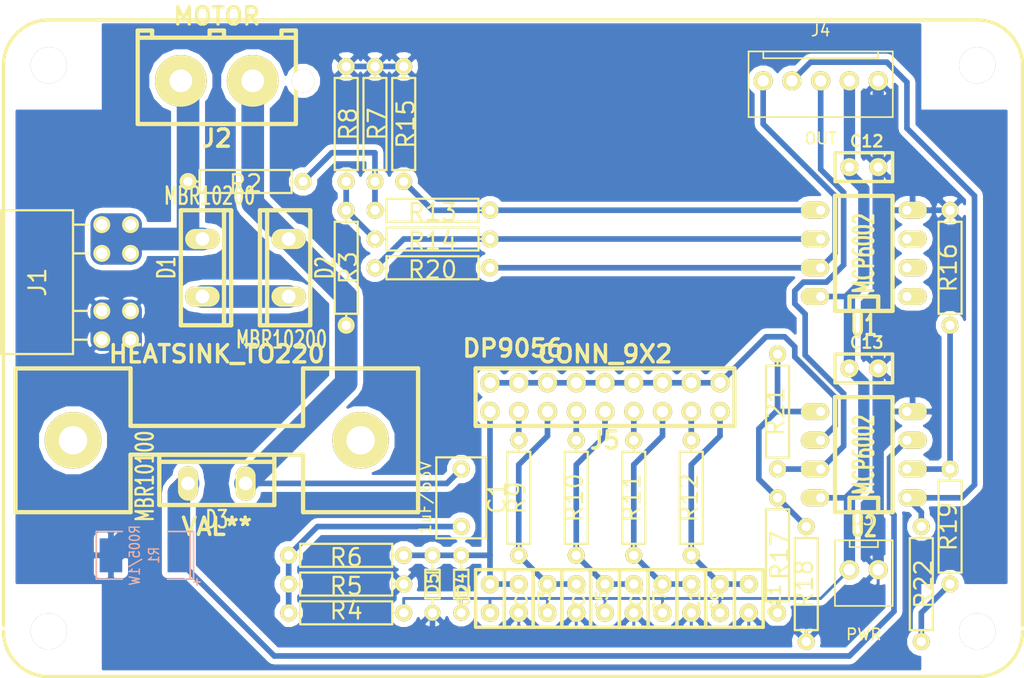
<source format=kicad_pcb>
(kicad_pcb (version 4) (host pcbnew "(after 2015-mar-04 BZR unknown)-product")

  (general
    (links 101)
    (no_connects 0)
    (area 0 0 0 0)
    (thickness 1.6)
    (drawings 0)
    (tracks 215)
    (zones 0)
    (modules 49)
    (nets 28)
  )

  (page A4)
  (layers
    (0 F.Cu signal)
    (31 B.Cu signal)
    (32 B.Adhes user)
    (33 F.Adhes user)
    (34 B.Paste user)
    (35 F.Paste user)
    (36 B.SilkS user)
    (37 F.SilkS user)
    (38 B.Mask user)
    (39 F.Mask user)
    (40 Dwgs.User user)
    (41 Cmts.User user)
    (42 Eco1.User user)
    (43 Eco2.User user)
    (44 Edge.Cuts user)
  )

  (setup
    (last_trace_width 0.254)
    (user_trace_width 0.5)
    (user_trace_width 0.508)
    (user_trace_width 1)
    (user_trace_width 1.5)
    (user_trace_width 2)
    (user_trace_width 3)
    (user_trace_width 4)
    (user_trace_width 5)
    (trace_clearance 0.254)
    (zone_clearance 0.5)
    (zone_45_only no)
    (trace_min 0.254)
    (segment_width 0.2)
    (edge_width 0.1)
    (via_size 0.889)
    (via_drill 0.635)
    (via_min_size 0.889)
    (via_min_drill 0.508)
    (user_via 1.7 0.8)
    (uvia_size 0.508)
    (uvia_drill 0.127)
    (uvias_allowed no)
    (uvia_min_size 0.508)
    (uvia_min_drill 0.127)
    (pcb_text_width 0.3)
    (pcb_text_size 1.5 1.5)
    (mod_edge_width 0.15)
    (mod_text_size 1 1)
    (mod_text_width 0.15)
    (pad_size 1.6 1.6)
    (pad_drill 0.8001)
    (pad_to_mask_clearance 0)
    (aux_axis_origin 0 0)
    (visible_elements 7FFFFFFF)
    (pcbplotparams
      (layerselection 0x00030_80000001)
      (usegerberextensions true)
      (excludeedgelayer true)
      (linewidth 0.150000)
      (plotframeref false)
      (viasonmask false)
      (mode 1)
      (useauxorigin false)
      (hpglpennumber 1)
      (hpglpenspeed 20)
      (hpglpendiameter 15)
      (hpglpenoverlay 2)
      (psnegative false)
      (psa4output false)
      (plotreference true)
      (plotvalue true)
      (plotinvisibletext false)
      (padsonsilk false)
      (subtractmaskfromsilk false)
      (outputformat 1)
      (mirror false)
      (drillshape 1)
      (scaleselection 1)
      (outputdirectory ""))
  )

  (net 0 "")
  (net 1 GND)
  (net 2 VCC)
  (net 3 "Net-(C1-Pad1)")
  (net 4 "Net-(C1-Pad2)")
  (net 5 "Net-(C2-Pad2)")
  (net 6 "Net-(C4-Pad2)")
  (net 7 "Net-(C6-Pad2)")
  (net 8 "Net-(C8-Pad2)")
  (net 9 "Net-(C10-Pad2)")
  (net 10 "Net-(D1-Pad1)")
  (net 11 "Net-(D1-Pad3)")
  (net 12 "Net-(D3-Pad1)")
  (net 13 "Net-(J4-Pad2)")
  (net 14 "Net-(J4-Pad3)")
  (net 15 "Net-(J4-Pad1)")
  (net 16 "Net-(J5-Pad10)")
  (net 17 "Net-(J5-Pad3)")
  (net 18 "Net-(J5-Pad7)")
  (net 19 "Net-(J5-Pad11)")
  (net 20 "Net-(J5-Pad15)")
  (net 21 "Net-(R13-Pad1)")
  (net 22 "Net-(R14-Pad1)")
  (net 23 "Net-(R13-Pad2)")
  (net 24 "Net-(R14-Pad2)")
  (net 25 "Net-(R16-Pad2)")
  (net 26 "Net-(R17-Pad2)")
  (net 27 "Net-(R19-Pad2)")

  (net_class Default "This is the default net class."
    (clearance 0.254)
    (trace_width 0.254)
    (via_dia 0.889)
    (via_drill 0.635)
    (uvia_dia 0.508)
    (uvia_drill 0.127)
    (add_net GND)
    (add_net "Net-(C1-Pad1)")
    (add_net "Net-(C1-Pad2)")
    (add_net "Net-(C10-Pad2)")
    (add_net "Net-(C2-Pad2)")
    (add_net "Net-(C4-Pad2)")
    (add_net "Net-(C6-Pad2)")
    (add_net "Net-(C8-Pad2)")
    (add_net "Net-(D1-Pad1)")
    (add_net "Net-(D1-Pad3)")
    (add_net "Net-(D3-Pad1)")
    (add_net "Net-(J4-Pad1)")
    (add_net "Net-(J4-Pad2)")
    (add_net "Net-(J4-Pad3)")
    (add_net "Net-(J5-Pad10)")
    (add_net "Net-(J5-Pad11)")
    (add_net "Net-(J5-Pad15)")
    (add_net "Net-(J5-Pad3)")
    (add_net "Net-(J5-Pad7)")
    (add_net "Net-(R13-Pad1)")
    (add_net "Net-(R13-Pad2)")
    (add_net "Net-(R14-Pad1)")
    (add_net "Net-(R14-Pad2)")
    (add_net "Net-(R16-Pad2)")
    (add_net "Net-(R17-Pad2)")
    (add_net "Net-(R19-Pad2)")
    (add_net VCC)
  )

  (module TO220-2 (layer F.Cu) (tedit 525D9A0F) (tstamp 5537A96F)
    (at 44.45 148.18)
    (path /5536BB7A)
    (fp_text reference D1 (at -3.175 0 90) (layer F.SilkS)
      (effects (font (size 1.524 1.016) (thickness 0.2032)))
    )
    (fp_text value MBR10200 (at 0.635 -6.35) (layer F.SilkS)
      (effects (font (size 1.524 1.016) (thickness 0.2032)))
    )
    (fp_line (start 1.905 -5.08) (end 2.54 -5.08) (layer F.SilkS) (width 0.381))
    (fp_line (start 2.54 -5.08) (end 2.54 5.08) (layer F.SilkS) (width 0.381))
    (fp_line (start 2.54 5.08) (end 1.905 5.08) (layer F.SilkS) (width 0.381))
    (fp_line (start -1.905 -5.08) (end 1.905 -5.08) (layer F.SilkS) (width 0.381))
    (fp_line (start 1.905 -5.08) (end 1.905 5.08) (layer F.SilkS) (width 0.381))
    (fp_line (start 1.905 5.08) (end -1.905 5.08) (layer F.SilkS) (width 0.381))
    (fp_line (start -1.905 5.08) (end -1.905 -5.08) (layer F.SilkS) (width 0.381))
    (pad 1 thru_hole oval (at 0 -2.54) (size 3.048 1.778) (drill 1.19888) (layers *.Cu *.Mask F.SilkS)
      (net 10 "Net-(D1-Pad1)"))
    (pad 3 thru_hole oval (at 0 2.54) (size 3.048 1.778) (drill 1.19888) (layers *.Cu *.Mask F.SilkS)
      (net 11 "Net-(D1-Pad3)"))
    (model discret/to220_vert.wrl
      (at (xyz 0 0 0))
      (scale (xyz 1 1 1))
      (rotate (xyz 0 0 0))
    )
  )

  (module TO220-2 (layer F.Cu) (tedit 525D9A0F) (tstamp 5537A97C)
    (at 52.07 148.18 180)
    (path /5536BB6F)
    (fp_text reference D2 (at -3.175 0 270) (layer F.SilkS)
      (effects (font (size 1.524 1.016) (thickness 0.2032)))
    )
    (fp_text value MBR10200 (at 0.635 -6.35 180) (layer F.SilkS)
      (effects (font (size 1.524 1.016) (thickness 0.2032)))
    )
    (fp_line (start 1.905 -5.08) (end 2.54 -5.08) (layer F.SilkS) (width 0.381))
    (fp_line (start 2.54 -5.08) (end 2.54 5.08) (layer F.SilkS) (width 0.381))
    (fp_line (start 2.54 5.08) (end 1.905 5.08) (layer F.SilkS) (width 0.381))
    (fp_line (start -1.905 -5.08) (end 1.905 -5.08) (layer F.SilkS) (width 0.381))
    (fp_line (start 1.905 -5.08) (end 1.905 5.08) (layer F.SilkS) (width 0.381))
    (fp_line (start 1.905 5.08) (end -1.905 5.08) (layer F.SilkS) (width 0.381))
    (fp_line (start -1.905 5.08) (end -1.905 -5.08) (layer F.SilkS) (width 0.381))
    (pad 1 thru_hole oval (at 0 -2.54 180) (size 3.048 1.778) (drill 1.19888) (layers *.Cu *.Mask F.SilkS)
      (net 11 "Net-(D1-Pad3)"))
    (pad 3 thru_hole oval (at 0 2.54 180) (size 3.048 1.778) (drill 1.19888) (layers *.Cu *.Mask F.SilkS)
      (net 3 "Net-(C1-Pad1)"))
    (model discret/to220_vert.wrl
      (at (xyz 0 0 0))
      (scale (xyz 1 1 1))
      (rotate (xyz 0 0 0))
    )
  )

  (module TO220-2 (layer F.Cu) (tedit 525D9A0F) (tstamp 5537A989)
    (at 45.72 167.23 90)
    (path /54DBCDAB)
    (fp_text reference D3 (at -3.175 0 180) (layer F.SilkS)
      (effects (font (size 1.524 1.016) (thickness 0.2032)))
    )
    (fp_text value MBR10100 (at 0.635 -6.35 90) (layer F.SilkS)
      (effects (font (size 1.524 1.016) (thickness 0.2032)))
    )
    (fp_line (start 1.905 -5.08) (end 2.54 -5.08) (layer F.SilkS) (width 0.381))
    (fp_line (start 2.54 -5.08) (end 2.54 5.08) (layer F.SilkS) (width 0.381))
    (fp_line (start 2.54 5.08) (end 1.905 5.08) (layer F.SilkS) (width 0.381))
    (fp_line (start -1.905 -5.08) (end 1.905 -5.08) (layer F.SilkS) (width 0.381))
    (fp_line (start 1.905 -5.08) (end 1.905 5.08) (layer F.SilkS) (width 0.381))
    (fp_line (start 1.905 5.08) (end -1.905 5.08) (layer F.SilkS) (width 0.381))
    (fp_line (start -1.905 5.08) (end -1.905 -5.08) (layer F.SilkS) (width 0.381))
    (pad 1 thru_hole oval (at 0 -2.54 90) (size 3.048 1.778) (drill 1.19888) (layers *.Cu *.Mask F.SilkS)
      (net 12 "Net-(D3-Pad1)"))
    (pad 3 thru_hole oval (at 0 2.54 90) (size 3.048 1.778) (drill 1.19888) (layers *.Cu *.Mask F.SilkS)
      (net 3 "Net-(C1-Pad1)"))
    (model discret/to220_vert.wrl
      (at (xyz 0 0 0))
      (scale (xyz 1 1 1))
      (rotate (xyz 0 0 0))
    )
  )

  (module SM2512 (layer B.Cu) (tedit 51015917) (tstamp 5537A997)
    (at 39.37 173.58 180)
    (tags "CMS SM")
    (path /54950B2A)
    (attr smd)
    (fp_text reference R1 (at -0.8001 0 450) (layer B.SilkS)
      (effects (font (size 0.889 0.762) (thickness 0.127)) (justify mirror))
    )
    (fp_text value R005/1W (at 0.89916 0 450) (layer B.SilkS)
      (effects (font (size 0.889 0.762) (thickness 0.127)) (justify mirror))
    )
    (fp_line (start -3.99956 2.10058) (end -3.99956 -2.10058) (layer B.SilkS) (width 0.14986))
    (fp_text user + (at -4.59994 -2.30124 180) (layer B.SilkS)
      (effects (font (size 0.7 0.7) (thickness 0.15)) (justify mirror))
    )
    (fp_line (start -4.30022 2.10058) (end -4.30022 -2.10058) (layer B.SilkS) (width 0.14986))
    (fp_line (start 4.30022 2.10058) (end 4.30022 -2.10058) (layer B.SilkS) (width 0.14986))
    (fp_line (start 1.99644 -2.10566) (end 4.28244 -2.10566) (layer B.SilkS) (width 0.14986))
    (fp_line (start 4.28244 2.10566) (end 1.99644 2.10566) (layer B.SilkS) (width 0.14986))
    (fp_line (start -1.99898 2.10566) (end -4.28498 2.10566) (layer B.SilkS) (width 0.14986))
    (fp_line (start -4.28244 -2.10566) (end -1.99644 -2.10566) (layer B.SilkS) (width 0.14986))
    (pad 1 smd rect (at -2.99974 0 180) (size 1.99898 2.99974) (layers B.Cu B.Paste B.Mask)
      (net 12 "Net-(D3-Pad1)"))
    (pad 2 smd rect (at 2.99974 0 180) (size 1.99898 2.99974) (layers B.Cu B.Paste B.Mask)
      (net 1 GND))
    (model smd\chip_smd_pol_wide.wrl
      (at (xyz 0 0 0))
      (scale (xyz 0.35 0.35 0.35))
      (rotate (xyz 0 0 0))
    )
  )

  (module R4 (layer F.Cu) (tedit 52119F90) (tstamp 5537A9A4)
    (at 64.77 143.1)
    (descr "Resitance 4 pas")
    (tags R)
    (path /5537208C)
    (autoplace_cost180 10)
    (fp_text reference R13 (at 0 0.18) (layer F.SilkS)
      (effects (font (size 1.5 1.5) (thickness 0.2032)))
    )
    (fp_text value 1M (at 0 0) (layer F.SilkS) hide
      (effects (font (size 1.397 1.27) (thickness 0.2032)))
    )
    (fp_line (start -5.08 0) (end -4.064 0) (layer F.SilkS) (width 0.2))
    (fp_line (start -4.064 0) (end -4.064 -1.016) (layer F.SilkS) (width 0.2))
    (fp_line (start -4.064 -1.016) (end 4.064 -1.016) (layer F.SilkS) (width 0.2))
    (fp_line (start 4.064 -1.016) (end 4.064 1.016) (layer F.SilkS) (width 0.2))
    (fp_line (start 4.064 1.016) (end -4.064 1.016) (layer F.SilkS) (width 0.2))
    (fp_line (start -4.064 1.016) (end -4.064 0) (layer F.SilkS) (width 0.2))
    (fp_line (start 5.08 0) (end 4.064 0) (layer F.SilkS) (width 0.2))
    (pad 1 thru_hole circle (at -5.08 0) (size 1.5 1.5) (drill 0.8001) (layers *.Cu *.Mask F.SilkS)
      (net 21 "Net-(R13-Pad1)"))
    (pad 2 thru_hole circle (at 5.08 0) (size 1.5 1.5) (drill 0.8001) (layers *.Cu *.Mask F.SilkS)
      (net 23 "Net-(R13-Pad2)"))
    (model discret/resistor.wrl
      (at (xyz 0 0 0))
      (scale (xyz 0.4 0.4 0.4))
      (rotate (xyz 0 0 0))
    )
  )

  (module R4 (layer F.Cu) (tedit 52119F90) (tstamp 5537A9B1)
    (at 77.47 168.5 270)
    (descr "Resitance 4 pas")
    (tags R)
    (path /5536C155)
    (autoplace_cost180 10)
    (fp_text reference R10 (at 0 0.18 270) (layer F.SilkS)
      (effects (font (size 1.5 1.5) (thickness 0.2032)))
    )
    (fp_text value 22K (at 0 0 270) (layer F.SilkS) hide
      (effects (font (size 1.397 1.27) (thickness 0.2032)))
    )
    (fp_line (start -5.08 0) (end -4.064 0) (layer F.SilkS) (width 0.2))
    (fp_line (start -4.064 0) (end -4.064 -1.016) (layer F.SilkS) (width 0.2))
    (fp_line (start -4.064 -1.016) (end 4.064 -1.016) (layer F.SilkS) (width 0.2))
    (fp_line (start 4.064 -1.016) (end 4.064 1.016) (layer F.SilkS) (width 0.2))
    (fp_line (start 4.064 1.016) (end -4.064 1.016) (layer F.SilkS) (width 0.2))
    (fp_line (start -4.064 1.016) (end -4.064 0) (layer F.SilkS) (width 0.2))
    (fp_line (start 5.08 0) (end 4.064 0) (layer F.SilkS) (width 0.2))
    (pad 1 thru_hole circle (at -5.08 0 270) (size 1.5 1.5) (drill 0.8001) (layers *.Cu *.Mask F.SilkS)
      (net 19 "Net-(J5-Pad11)"))
    (pad 2 thru_hole circle (at 5.08 0 270) (size 1.5 1.5) (drill 0.8001) (layers *.Cu *.Mask F.SilkS)
      (net 7 "Net-(C6-Pad2)"))
    (model discret/resistor.wrl
      (at (xyz 0 0 0))
      (scale (xyz 0.4 0.4 0.4))
      (rotate (xyz 0 0 0))
    )
  )

  (module R4 (layer F.Cu) (tedit 52119F90) (tstamp 5537A9BE)
    (at 82.55 168.5 270)
    (descr "Resitance 4 pas")
    (tags R)
    (path /5536C164)
    (autoplace_cost180 10)
    (fp_text reference R11 (at 0 0.18 270) (layer F.SilkS)
      (effects (font (size 1.5 1.5) (thickness 0.2032)))
    )
    (fp_text value 100K (at 0 0 270) (layer F.SilkS) hide
      (effects (font (size 1.397 1.27) (thickness 0.2032)))
    )
    (fp_line (start -5.08 0) (end -4.064 0) (layer F.SilkS) (width 0.2))
    (fp_line (start -4.064 0) (end -4.064 -1.016) (layer F.SilkS) (width 0.2))
    (fp_line (start -4.064 -1.016) (end 4.064 -1.016) (layer F.SilkS) (width 0.2))
    (fp_line (start 4.064 -1.016) (end 4.064 1.016) (layer F.SilkS) (width 0.2))
    (fp_line (start 4.064 1.016) (end -4.064 1.016) (layer F.SilkS) (width 0.2))
    (fp_line (start -4.064 1.016) (end -4.064 0) (layer F.SilkS) (width 0.2))
    (fp_line (start 5.08 0) (end 4.064 0) (layer F.SilkS) (width 0.2))
    (pad 1 thru_hole circle (at -5.08 0 270) (size 1.5 1.5) (drill 0.8001) (layers *.Cu *.Mask F.SilkS)
      (net 18 "Net-(J5-Pad7)"))
    (pad 2 thru_hole circle (at 5.08 0 270) (size 1.5 1.5) (drill 0.8001) (layers *.Cu *.Mask F.SilkS)
      (net 8 "Net-(C8-Pad2)"))
    (model discret/resistor.wrl
      (at (xyz 0 0 0))
      (scale (xyz 0.4 0.4 0.4))
      (rotate (xyz 0 0 0))
    )
  )

  (module R4 (layer F.Cu) (tedit 52119F90) (tstamp 5537A9CB)
    (at 87.63 168.5 270)
    (descr "Resitance 4 pas")
    (tags R)
    (path /5536C17B)
    (autoplace_cost180 10)
    (fp_text reference R12 (at 0 0.18 270) (layer F.SilkS)
      (effects (font (size 1.5 1.5) (thickness 0.2032)))
    )
    (fp_text value 470K (at 0 0 270) (layer F.SilkS) hide
      (effects (font (size 1.397 1.27) (thickness 0.2032)))
    )
    (fp_line (start -5.08 0) (end -4.064 0) (layer F.SilkS) (width 0.2))
    (fp_line (start -4.064 0) (end -4.064 -1.016) (layer F.SilkS) (width 0.2))
    (fp_line (start -4.064 -1.016) (end 4.064 -1.016) (layer F.SilkS) (width 0.2))
    (fp_line (start 4.064 -1.016) (end 4.064 1.016) (layer F.SilkS) (width 0.2))
    (fp_line (start 4.064 1.016) (end -4.064 1.016) (layer F.SilkS) (width 0.2))
    (fp_line (start -4.064 1.016) (end -4.064 0) (layer F.SilkS) (width 0.2))
    (fp_line (start 5.08 0) (end 4.064 0) (layer F.SilkS) (width 0.2))
    (pad 1 thru_hole circle (at -5.08 0 270) (size 1.5 1.5) (drill 0.8001) (layers *.Cu *.Mask F.SilkS)
      (net 17 "Net-(J5-Pad3)"))
    (pad 2 thru_hole circle (at 5.08 0 270) (size 1.5 1.5) (drill 0.8001) (layers *.Cu *.Mask F.SilkS)
      (net 9 "Net-(C10-Pad2)"))
    (model discret/resistor.wrl
      (at (xyz 0 0 0))
      (scale (xyz 0.4 0.4 0.4))
      (rotate (xyz 0 0 0))
    )
  )

  (module R4 (layer F.Cu) (tedit 52119F90) (tstamp 5537A9D8)
    (at 72.39 168.5 270)
    (descr "Resitance 4 pas")
    (tags R)
    (path /5536BDBE)
    (autoplace_cost180 10)
    (fp_text reference R9 (at 0 0.18 270) (layer F.SilkS)
      (effects (font (size 1.5 1.5) (thickness 0.2032)))
    )
    (fp_text value 4K7 (at 0 0 270) (layer F.SilkS) hide
      (effects (font (size 1.397 1.27) (thickness 0.2032)))
    )
    (fp_line (start -5.08 0) (end -4.064 0) (layer F.SilkS) (width 0.2))
    (fp_line (start -4.064 0) (end -4.064 -1.016) (layer F.SilkS) (width 0.2))
    (fp_line (start -4.064 -1.016) (end 4.064 -1.016) (layer F.SilkS) (width 0.2))
    (fp_line (start 4.064 -1.016) (end 4.064 1.016) (layer F.SilkS) (width 0.2))
    (fp_line (start 4.064 1.016) (end -4.064 1.016) (layer F.SilkS) (width 0.2))
    (fp_line (start -4.064 1.016) (end -4.064 0) (layer F.SilkS) (width 0.2))
    (fp_line (start 5.08 0) (end 4.064 0) (layer F.SilkS) (width 0.2))
    (pad 1 thru_hole circle (at -5.08 0 270) (size 1.5 1.5) (drill 0.8001) (layers *.Cu *.Mask F.SilkS)
      (net 20 "Net-(J5-Pad15)"))
    (pad 2 thru_hole circle (at 5.08 0 270) (size 1.5 1.5) (drill 0.8001) (layers *.Cu *.Mask F.SilkS)
      (net 6 "Net-(C4-Pad2)"))
    (model discret/resistor.wrl
      (at (xyz 0 0 0))
      (scale (xyz 0.4 0.4 0.4))
      (rotate (xyz 0 0 0))
    )
  )

  (module R4 (layer F.Cu) (tedit 52119F90) (tstamp 5537A9E5)
    (at 48.26 140.56)
    (descr "Resitance 4 pas")
    (tags R)
    (path /553718D6)
    (autoplace_cost180 10)
    (fp_text reference R2 (at 0 0.18) (layer F.SilkS)
      (effects (font (size 1.5 1.5) (thickness 0.2032)))
    )
    (fp_text value 21K (at 0 0) (layer F.SilkS) hide
      (effects (font (size 1.397 1.27) (thickness 0.2032)))
    )
    (fp_line (start -5.08 0) (end -4.064 0) (layer F.SilkS) (width 0.2))
    (fp_line (start -4.064 0) (end -4.064 -1.016) (layer F.SilkS) (width 0.2))
    (fp_line (start -4.064 -1.016) (end 4.064 -1.016) (layer F.SilkS) (width 0.2))
    (fp_line (start 4.064 -1.016) (end 4.064 1.016) (layer F.SilkS) (width 0.2))
    (fp_line (start 4.064 1.016) (end -4.064 1.016) (layer F.SilkS) (width 0.2))
    (fp_line (start -4.064 1.016) (end -4.064 0) (layer F.SilkS) (width 0.2))
    (fp_line (start 5.08 0) (end 4.064 0) (layer F.SilkS) (width 0.2))
    (pad 1 thru_hole circle (at -5.08 0) (size 1.5 1.5) (drill 0.8001) (layers *.Cu *.Mask F.SilkS)
      (net 10 "Net-(D1-Pad1)"))
    (pad 2 thru_hole circle (at 5.08 0) (size 1.5 1.5) (drill 0.8001) (layers *.Cu *.Mask F.SilkS)
      (net 21 "Net-(R13-Pad1)"))
    (model discret/resistor.wrl
      (at (xyz 0 0 0))
      (scale (xyz 0.4 0.4 0.4))
      (rotate (xyz 0 0 0))
    )
  )

  (module R4 (layer F.Cu) (tedit 52119F90) (tstamp 5537A9F2)
    (at 57.15 148.18 90)
    (descr "Resitance 4 pas")
    (tags R)
    (path /553718F4)
    (autoplace_cost180 10)
    (fp_text reference R3 (at 0 0.18 90) (layer F.SilkS)
      (effects (font (size 1.5 1.5) (thickness 0.2032)))
    )
    (fp_text value 21K (at 0 0 90) (layer F.SilkS) hide
      (effects (font (size 1.397 1.27) (thickness 0.2032)))
    )
    (fp_line (start -5.08 0) (end -4.064 0) (layer F.SilkS) (width 0.2))
    (fp_line (start -4.064 0) (end -4.064 -1.016) (layer F.SilkS) (width 0.2))
    (fp_line (start -4.064 -1.016) (end 4.064 -1.016) (layer F.SilkS) (width 0.2))
    (fp_line (start 4.064 -1.016) (end 4.064 1.016) (layer F.SilkS) (width 0.2))
    (fp_line (start 4.064 1.016) (end -4.064 1.016) (layer F.SilkS) (width 0.2))
    (fp_line (start -4.064 1.016) (end -4.064 0) (layer F.SilkS) (width 0.2))
    (fp_line (start 5.08 0) (end 4.064 0) (layer F.SilkS) (width 0.2))
    (pad 1 thru_hole circle (at -5.08 0 90) (size 1.5 1.5) (drill 0.8001) (layers *.Cu *.Mask F.SilkS)
      (net 3 "Net-(C1-Pad1)"))
    (pad 2 thru_hole circle (at 5.08 0 90) (size 1.5 1.5) (drill 0.8001) (layers *.Cu *.Mask F.SilkS)
      (net 22 "Net-(R14-Pad1)"))
    (model discret/resistor.wrl
      (at (xyz 0 0 0))
      (scale (xyz 0.4 0.4 0.4))
      (rotate (xyz 0 0 0))
    )
  )

  (module R4 (layer F.Cu) (tedit 52119F90) (tstamp 5537A9FF)
    (at 57.15 135.48 90)
    (descr "Resitance 4 pas")
    (tags R)
    (path /5537193F)
    (autoplace_cost180 10)
    (fp_text reference R8 (at 0 0.18 90) (layer F.SilkS)
      (effects (font (size 1.5 1.5) (thickness 0.2032)))
    )
    (fp_text value 1K1 (at 0 0 90) (layer F.SilkS) hide
      (effects (font (size 1.397 1.27) (thickness 0.2032)))
    )
    (fp_line (start -5.08 0) (end -4.064 0) (layer F.SilkS) (width 0.2))
    (fp_line (start -4.064 0) (end -4.064 -1.016) (layer F.SilkS) (width 0.2))
    (fp_line (start -4.064 -1.016) (end 4.064 -1.016) (layer F.SilkS) (width 0.2))
    (fp_line (start 4.064 -1.016) (end 4.064 1.016) (layer F.SilkS) (width 0.2))
    (fp_line (start 4.064 1.016) (end -4.064 1.016) (layer F.SilkS) (width 0.2))
    (fp_line (start -4.064 1.016) (end -4.064 0) (layer F.SilkS) (width 0.2))
    (fp_line (start 5.08 0) (end 4.064 0) (layer F.SilkS) (width 0.2))
    (pad 1 thru_hole circle (at -5.08 0 90) (size 1.5 1.5) (drill 0.8001) (layers *.Cu *.Mask F.SilkS)
      (net 22 "Net-(R14-Pad1)"))
    (pad 2 thru_hole circle (at 5.08 0 90) (size 1.5 1.5) (drill 0.8001) (layers *.Cu *.Mask F.SilkS)
      (net 1 GND))
    (model discret/resistor.wrl
      (at (xyz 0 0 0))
      (scale (xyz 0.4 0.4 0.4))
      (rotate (xyz 0 0 0))
    )
  )

  (module R4 (layer F.Cu) (tedit 52119F90) (tstamp 5537AA0C)
    (at 64.77 148.18)
    (descr "Resitance 4 pas")
    (tags R)
    (path /55371D45)
    (autoplace_cost180 10)
    (fp_text reference R20 (at 0 0.18) (layer F.SilkS)
      (effects (font (size 1.5 1.5) (thickness 0.2032)))
    )
    (fp_text value 1M (at 0 0) (layer F.SilkS) hide
      (effects (font (size 1.397 1.27) (thickness 0.2032)))
    )
    (fp_line (start -5.08 0) (end -4.064 0) (layer F.SilkS) (width 0.2))
    (fp_line (start -4.064 0) (end -4.064 -1.016) (layer F.SilkS) (width 0.2))
    (fp_line (start -4.064 -1.016) (end 4.064 -1.016) (layer F.SilkS) (width 0.2))
    (fp_line (start 4.064 -1.016) (end 4.064 1.016) (layer F.SilkS) (width 0.2))
    (fp_line (start 4.064 1.016) (end -4.064 1.016) (layer F.SilkS) (width 0.2))
    (fp_line (start -4.064 1.016) (end -4.064 0) (layer F.SilkS) (width 0.2))
    (fp_line (start 5.08 0) (end 4.064 0) (layer F.SilkS) (width 0.2))
    (pad 1 thru_hole circle (at -5.08 0) (size 1.5 1.5) (drill 0.8001) (layers *.Cu *.Mask F.SilkS)
      (net 24 "Net-(R14-Pad2)"))
    (pad 2 thru_hole circle (at 5.08 0) (size 1.5 1.5) (drill 0.8001) (layers *.Cu *.Mask F.SilkS)
      (net 15 "Net-(J4-Pad1)"))
    (model discret/resistor.wrl
      (at (xyz 0 0 0))
      (scale (xyz 0.4 0.4 0.4))
      (rotate (xyz 0 0 0))
    )
  )

  (module R4 (layer F.Cu) (tedit 52119F90) (tstamp 5537AA19)
    (at 57.15 173.58)
    (descr "Resitance 4 pas")
    (tags R)
    (path /54DA636C)
    (autoplace_cost180 10)
    (fp_text reference R6 (at 0 0.18) (layer F.SilkS)
      (effects (font (size 1.5 1.5) (thickness 0.2032)))
    )
    (fp_text value 1K (at 0 0) (layer F.SilkS) hide
      (effects (font (size 1.397 1.27) (thickness 0.2032)))
    )
    (fp_line (start -5.08 0) (end -4.064 0) (layer F.SilkS) (width 0.2))
    (fp_line (start -4.064 0) (end -4.064 -1.016) (layer F.SilkS) (width 0.2))
    (fp_line (start -4.064 -1.016) (end 4.064 -1.016) (layer F.SilkS) (width 0.2))
    (fp_line (start 4.064 -1.016) (end 4.064 1.016) (layer F.SilkS) (width 0.2))
    (fp_line (start 4.064 1.016) (end -4.064 1.016) (layer F.SilkS) (width 0.2))
    (fp_line (start -4.064 1.016) (end -4.064 0) (layer F.SilkS) (width 0.2))
    (fp_line (start 5.08 0) (end 4.064 0) (layer F.SilkS) (width 0.2))
    (pad 1 thru_hole circle (at -5.08 0) (size 1.5 1.5) (drill 0.8001) (layers *.Cu *.Mask F.SilkS)
      (net 4 "Net-(C1-Pad2)"))
    (pad 2 thru_hole circle (at 5.08 0) (size 1.5 1.5) (drill 0.8001) (layers *.Cu *.Mask F.SilkS)
      (net 5 "Net-(C2-Pad2)"))
    (model discret/resistor.wrl
      (at (xyz 0 0 0))
      (scale (xyz 0.4 0.4 0.4))
      (rotate (xyz 0 0 0))
    )
  )

  (module R4 (layer F.Cu) (tedit 52119F90) (tstamp 5537AA26)
    (at 62.23 135.48 90)
    (descr "Resitance 4 pas")
    (tags R)
    (path /55371D54)
    (autoplace_cost180 10)
    (fp_text reference R15 (at 0 0.18 90) (layer F.SilkS)
      (effects (font (size 1.5 1.5) (thickness 0.2032)))
    )
    (fp_text value 1M (at 0 0 90) (layer F.SilkS) hide
      (effects (font (size 1.397 1.27) (thickness 0.2032)))
    )
    (fp_line (start -5.08 0) (end -4.064 0) (layer F.SilkS) (width 0.2))
    (fp_line (start -4.064 0) (end -4.064 -1.016) (layer F.SilkS) (width 0.2))
    (fp_line (start -4.064 -1.016) (end 4.064 -1.016) (layer F.SilkS) (width 0.2))
    (fp_line (start 4.064 -1.016) (end 4.064 1.016) (layer F.SilkS) (width 0.2))
    (fp_line (start 4.064 1.016) (end -4.064 1.016) (layer F.SilkS) (width 0.2))
    (fp_line (start -4.064 1.016) (end -4.064 0) (layer F.SilkS) (width 0.2))
    (fp_line (start 5.08 0) (end 4.064 0) (layer F.SilkS) (width 0.2))
    (pad 1 thru_hole circle (at -5.08 0 90) (size 1.5 1.5) (drill 0.8001) (layers *.Cu *.Mask F.SilkS)
      (net 23 "Net-(R13-Pad2)"))
    (pad 2 thru_hole circle (at 5.08 0 90) (size 1.5 1.5) (drill 0.8001) (layers *.Cu *.Mask F.SilkS)
      (net 1 GND))
    (model discret/resistor.wrl
      (at (xyz 0 0 0))
      (scale (xyz 0.4 0.4 0.4))
      (rotate (xyz 0 0 0))
    )
  )

  (module R4 (layer F.Cu) (tedit 52119F90) (tstamp 5537AA33)
    (at 110.49 171.04 270)
    (descr "Resitance 4 pas")
    (tags R)
    (path /54C67DB6)
    (autoplace_cost180 10)
    (fp_text reference R19 (at 0 0.18 270) (layer F.SilkS)
      (effects (font (size 1.5 1.5) (thickness 0.2032)))
    )
    (fp_text value 100K (at 0 0 270) (layer F.SilkS) hide
      (effects (font (size 1.397 1.27) (thickness 0.2032)))
    )
    (fp_line (start -5.08 0) (end -4.064 0) (layer F.SilkS) (width 0.2))
    (fp_line (start -4.064 0) (end -4.064 -1.016) (layer F.SilkS) (width 0.2))
    (fp_line (start -4.064 -1.016) (end 4.064 -1.016) (layer F.SilkS) (width 0.2))
    (fp_line (start 4.064 -1.016) (end 4.064 1.016) (layer F.SilkS) (width 0.2))
    (fp_line (start 4.064 1.016) (end -4.064 1.016) (layer F.SilkS) (width 0.2))
    (fp_line (start -4.064 1.016) (end -4.064 0) (layer F.SilkS) (width 0.2))
    (fp_line (start 5.08 0) (end 4.064 0) (layer F.SilkS) (width 0.2))
    (pad 1 thru_hole circle (at -5.08 0 270) (size 1.5 1.5) (drill 0.8001) (layers *.Cu *.Mask F.SilkS)
      (net 25 "Net-(R16-Pad2)"))
    (pad 2 thru_hole circle (at 5.08 0 270) (size 1.5 1.5) (drill 0.8001) (layers *.Cu *.Mask F.SilkS)
      (net 27 "Net-(R19-Pad2)"))
    (model discret/resistor.wrl
      (at (xyz 0 0 0))
      (scale (xyz 0.4 0.4 0.4))
      (rotate (xyz 0 0 0))
    )
  )

  (module R4 (layer F.Cu) (tedit 52119F90) (tstamp 5537AA40)
    (at 110.49 148.18 270)
    (descr "Resitance 4 pas")
    (tags R)
    (path /54C67C39)
    (autoplace_cost180 10)
    (fp_text reference R16 (at 0 0.18 270) (layer F.SilkS)
      (effects (font (size 1.5 1.5) (thickness 0.2032)))
    )
    (fp_text value 10K (at 0 0 270) (layer F.SilkS) hide
      (effects (font (size 1.397 1.27) (thickness 0.2032)))
    )
    (fp_line (start -5.08 0) (end -4.064 0) (layer F.SilkS) (width 0.2))
    (fp_line (start -4.064 0) (end -4.064 -1.016) (layer F.SilkS) (width 0.2))
    (fp_line (start -4.064 -1.016) (end 4.064 -1.016) (layer F.SilkS) (width 0.2))
    (fp_line (start 4.064 -1.016) (end 4.064 1.016) (layer F.SilkS) (width 0.2))
    (fp_line (start 4.064 1.016) (end -4.064 1.016) (layer F.SilkS) (width 0.2))
    (fp_line (start -4.064 1.016) (end -4.064 0) (layer F.SilkS) (width 0.2))
    (fp_line (start 5.08 0) (end 4.064 0) (layer F.SilkS) (width 0.2))
    (pad 1 thru_hole circle (at -5.08 0 270) (size 1.5 1.5) (drill 0.8001) (layers *.Cu *.Mask F.SilkS)
      (net 1 GND))
    (pad 2 thru_hole circle (at 5.08 0 270) (size 1.5 1.5) (drill 0.8001) (layers *.Cu *.Mask F.SilkS)
      (net 25 "Net-(R16-Pad2)"))
    (model discret/resistor.wrl
      (at (xyz 0 0 0))
      (scale (xyz 0.4 0.4 0.4))
      (rotate (xyz 0 0 0))
    )
  )

  (module R4 (layer F.Cu) (tedit 52119F90) (tstamp 5537AA4D)
    (at 107.95 176.12 90)
    (descr "Resitance 4 pas")
    (tags R)
    (path /54C67C2A)
    (autoplace_cost180 10)
    (fp_text reference R22 (at 0 0.18 90) (layer F.SilkS)
      (effects (font (size 1.5 1.5) (thickness 0.2032)))
    )
    (fp_text value 390K (at 0 0 90) (layer F.SilkS) hide
      (effects (font (size 1.397 1.27) (thickness 0.2032)))
    )
    (fp_line (start -5.08 0) (end -4.064 0) (layer F.SilkS) (width 0.2))
    (fp_line (start -4.064 0) (end -4.064 -1.016) (layer F.SilkS) (width 0.2))
    (fp_line (start -4.064 -1.016) (end 4.064 -1.016) (layer F.SilkS) (width 0.2))
    (fp_line (start 4.064 -1.016) (end 4.064 1.016) (layer F.SilkS) (width 0.2))
    (fp_line (start 4.064 1.016) (end -4.064 1.016) (layer F.SilkS) (width 0.2))
    (fp_line (start -4.064 1.016) (end -4.064 0) (layer F.SilkS) (width 0.2))
    (fp_line (start 5.08 0) (end 4.064 0) (layer F.SilkS) (width 0.2))
    (pad 1 thru_hole circle (at -5.08 0 90) (size 1.5 1.5) (drill 0.8001) (layers *.Cu *.Mask F.SilkS)
      (net 27 "Net-(R19-Pad2)"))
    (pad 2 thru_hole circle (at 5.08 0 90) (size 1.5 1.5) (drill 0.8001) (layers *.Cu *.Mask F.SilkS)
      (net 13 "Net-(J4-Pad2)"))
    (model discret/resistor.wrl
      (at (xyz 0 0 0))
      (scale (xyz 0.4 0.4 0.4))
      (rotate (xyz 0 0 0))
    )
  )

  (module R4 (layer F.Cu) (tedit 52119F90) (tstamp 5537AA5A)
    (at 95.25 160.88 270)
    (descr "Resitance 4 pas")
    (tags R)
    (path /54B5A2B6)
    (autoplace_cost180 10)
    (fp_text reference R21 (at 0 0.18 270) (layer F.SilkS)
      (effects (font (size 1.5 1.5) (thickness 0.2032)))
    )
    (fp_text value 680K (at 0 0 270) (layer F.SilkS) hide
      (effects (font (size 1.397 1.27) (thickness 0.2032)))
    )
    (fp_line (start -5.08 0) (end -4.064 0) (layer F.SilkS) (width 0.2))
    (fp_line (start -4.064 0) (end -4.064 -1.016) (layer F.SilkS) (width 0.2))
    (fp_line (start -4.064 -1.016) (end 4.064 -1.016) (layer F.SilkS) (width 0.2))
    (fp_line (start 4.064 -1.016) (end 4.064 1.016) (layer F.SilkS) (width 0.2))
    (fp_line (start 4.064 1.016) (end -4.064 1.016) (layer F.SilkS) (width 0.2))
    (fp_line (start -4.064 1.016) (end -4.064 0) (layer F.SilkS) (width 0.2))
    (fp_line (start 5.08 0) (end 4.064 0) (layer F.SilkS) (width 0.2))
    (pad 1 thru_hole circle (at -5.08 0 270) (size 1.5 1.5) (drill 0.8001) (layers *.Cu *.Mask F.SilkS)
      (net 26 "Net-(R17-Pad2)"))
    (pad 2 thru_hole circle (at 5.08 0 270) (size 1.5 1.5) (drill 0.8001) (layers *.Cu *.Mask F.SilkS)
      (net 14 "Net-(J4-Pad3)"))
    (model discret/resistor.wrl
      (at (xyz 0 0 0))
      (scale (xyz 0.4 0.4 0.4))
      (rotate (xyz 0 0 0))
    )
  )

  (module R4 (layer F.Cu) (tedit 52119F90) (tstamp 5537AA67)
    (at 97.79 176.12 270)
    (descr "Resitance 4 pas")
    (tags R)
    (path /54B5A2A7)
    (autoplace_cost180 10)
    (fp_text reference R18 (at 0 0.18 270) (layer F.SilkS)
      (effects (font (size 1.5 1.5) (thickness 0.2032)))
    )
    (fp_text value 10K (at 0 0 270) (layer F.SilkS) hide
      (effects (font (size 1.397 1.27) (thickness 0.2032)))
    )
    (fp_line (start -5.08 0) (end -4.064 0) (layer F.SilkS) (width 0.2))
    (fp_line (start -4.064 0) (end -4.064 -1.016) (layer F.SilkS) (width 0.2))
    (fp_line (start -4.064 -1.016) (end 4.064 -1.016) (layer F.SilkS) (width 0.2))
    (fp_line (start 4.064 -1.016) (end 4.064 1.016) (layer F.SilkS) (width 0.2))
    (fp_line (start 4.064 1.016) (end -4.064 1.016) (layer F.SilkS) (width 0.2))
    (fp_line (start -4.064 1.016) (end -4.064 0) (layer F.SilkS) (width 0.2))
    (fp_line (start 5.08 0) (end 4.064 0) (layer F.SilkS) (width 0.2))
    (pad 1 thru_hole circle (at -5.08 0 270) (size 1.5 1.5) (drill 0.8001) (layers *.Cu *.Mask F.SilkS)
      (net 26 "Net-(R17-Pad2)"))
    (pad 2 thru_hole circle (at 5.08 0 270) (size 1.5 1.5) (drill 0.8001) (layers *.Cu *.Mask F.SilkS)
      (net 1 GND))
    (model discret/resistor.wrl
      (at (xyz 0 0 0))
      (scale (xyz 0.4 0.4 0.4))
      (rotate (xyz 0 0 0))
    )
  )

  (module R4 (layer F.Cu) (tedit 52119F90) (tstamp 5537AA74)
    (at 95.25 173.58 90)
    (descr "Resitance 4 pas")
    (tags R)
    (path /54B5A252)
    (autoplace_cost180 10)
    (fp_text reference R17 (at 0 0.18 90) (layer F.SilkS)
      (effects (font (size 1.5 1.5) (thickness 0.2032)))
    )
    (fp_text value 10K (at 0 0 90) (layer F.SilkS) hide
      (effects (font (size 1.397 1.27) (thickness 0.2032)))
    )
    (fp_line (start -5.08 0) (end -4.064 0) (layer F.SilkS) (width 0.2))
    (fp_line (start -4.064 0) (end -4.064 -1.016) (layer F.SilkS) (width 0.2))
    (fp_line (start -4.064 -1.016) (end 4.064 -1.016) (layer F.SilkS) (width 0.2))
    (fp_line (start 4.064 -1.016) (end 4.064 1.016) (layer F.SilkS) (width 0.2))
    (fp_line (start 4.064 1.016) (end -4.064 1.016) (layer F.SilkS) (width 0.2))
    (fp_line (start -4.064 1.016) (end -4.064 0) (layer F.SilkS) (width 0.2))
    (fp_line (start 5.08 0) (end 4.064 0) (layer F.SilkS) (width 0.2))
    (pad 1 thru_hole circle (at -5.08 0 90) (size 1.5 1.5) (drill 0.8001) (layers *.Cu *.Mask F.SilkS)
      (net 2 VCC))
    (pad 2 thru_hole circle (at 5.08 0 90) (size 1.5 1.5) (drill 0.8001) (layers *.Cu *.Mask F.SilkS)
      (net 26 "Net-(R17-Pad2)"))
    (model discret/resistor.wrl
      (at (xyz 0 0 0))
      (scale (xyz 0.4 0.4 0.4))
      (rotate (xyz 0 0 0))
    )
  )

  (module R4 (layer F.Cu) (tedit 52119F90) (tstamp 5537AA81)
    (at 57.15 176.12)
    (descr "Resitance 4 pas")
    (tags R)
    (path /54B5A243)
    (autoplace_cost180 10)
    (fp_text reference R5 (at 0 0.18) (layer F.SilkS)
      (effects (font (size 1.5 1.5) (thickness 0.2032)))
    )
    (fp_text value 220K (at 0 0) (layer F.SilkS) hide
      (effects (font (size 1.397 1.27) (thickness 0.2032)))
    )
    (fp_line (start -5.08 0) (end -4.064 0) (layer F.SilkS) (width 0.2))
    (fp_line (start -4.064 0) (end -4.064 -1.016) (layer F.SilkS) (width 0.2))
    (fp_line (start -4.064 -1.016) (end 4.064 -1.016) (layer F.SilkS) (width 0.2))
    (fp_line (start 4.064 -1.016) (end 4.064 1.016) (layer F.SilkS) (width 0.2))
    (fp_line (start 4.064 1.016) (end -4.064 1.016) (layer F.SilkS) (width 0.2))
    (fp_line (start -4.064 1.016) (end -4.064 0) (layer F.SilkS) (width 0.2))
    (fp_line (start 5.08 0) (end 4.064 0) (layer F.SilkS) (width 0.2))
    (pad 1 thru_hole circle (at -5.08 0) (size 1.5 1.5) (drill 0.8001) (layers *.Cu *.Mask F.SilkS)
      (net 4 "Net-(C1-Pad2)"))
    (pad 2 thru_hole circle (at 5.08 0) (size 1.5 1.5) (drill 0.8001) (layers *.Cu *.Mask F.SilkS)
      (net 1 GND))
    (model discret/resistor.wrl
      (at (xyz 0 0 0))
      (scale (xyz 0.4 0.4 0.4))
      (rotate (xyz 0 0 0))
    )
  )

  (module R4 (layer F.Cu) (tedit 52119F90) (tstamp 5537AA8E)
    (at 57.15 178.66 180)
    (descr "Resitance 4 pas")
    (tags R)
    (path /54B5A234)
    (autoplace_cost180 10)
    (fp_text reference R4 (at 0 0.18 180) (layer F.SilkS)
      (effects (font (size 1.5 1.5) (thickness 0.2032)))
    )
    (fp_text value 220K (at 0 0 180) (layer F.SilkS) hide
      (effects (font (size 1.397 1.27) (thickness 0.2032)))
    )
    (fp_line (start -5.08 0) (end -4.064 0) (layer F.SilkS) (width 0.2))
    (fp_line (start -4.064 0) (end -4.064 -1.016) (layer F.SilkS) (width 0.2))
    (fp_line (start -4.064 -1.016) (end 4.064 -1.016) (layer F.SilkS) (width 0.2))
    (fp_line (start 4.064 -1.016) (end 4.064 1.016) (layer F.SilkS) (width 0.2))
    (fp_line (start 4.064 1.016) (end -4.064 1.016) (layer F.SilkS) (width 0.2))
    (fp_line (start -4.064 1.016) (end -4.064 0) (layer F.SilkS) (width 0.2))
    (fp_line (start 5.08 0) (end 4.064 0) (layer F.SilkS) (width 0.2))
    (pad 1 thru_hole circle (at -5.08 0 180) (size 1.5 1.5) (drill 0.8001) (layers *.Cu *.Mask F.SilkS)
      (net 2 VCC))
    (pad 2 thru_hole circle (at 5.08 0 180) (size 1.5 1.5) (drill 0.8001) (layers *.Cu *.Mask F.SilkS)
      (net 4 "Net-(C1-Pad2)"))
    (model discret/resistor.wrl
      (at (xyz 0 0 0))
      (scale (xyz 0.4 0.4 0.4))
      (rotate (xyz 0 0 0))
    )
  )

  (module R4 (layer F.Cu) (tedit 52119F90) (tstamp 5537AA9B)
    (at 64.77 145.64)
    (descr "Resitance 4 pas")
    (tags R)
    (path /5537209B)
    (autoplace_cost180 10)
    (fp_text reference R14 (at 0 0.18) (layer F.SilkS)
      (effects (font (size 1.5 1.5) (thickness 0.2032)))
    )
    (fp_text value 1M (at 0 0) (layer F.SilkS) hide
      (effects (font (size 1.397 1.27) (thickness 0.2032)))
    )
    (fp_line (start -5.08 0) (end -4.064 0) (layer F.SilkS) (width 0.2))
    (fp_line (start -4.064 0) (end -4.064 -1.016) (layer F.SilkS) (width 0.2))
    (fp_line (start -4.064 -1.016) (end 4.064 -1.016) (layer F.SilkS) (width 0.2))
    (fp_line (start 4.064 -1.016) (end 4.064 1.016) (layer F.SilkS) (width 0.2))
    (fp_line (start 4.064 1.016) (end -4.064 1.016) (layer F.SilkS) (width 0.2))
    (fp_line (start -4.064 1.016) (end -4.064 0) (layer F.SilkS) (width 0.2))
    (fp_line (start 5.08 0) (end 4.064 0) (layer F.SilkS) (width 0.2))
    (pad 1 thru_hole circle (at -5.08 0) (size 1.5 1.5) (drill 0.8001) (layers *.Cu *.Mask F.SilkS)
      (net 22 "Net-(R14-Pad1)"))
    (pad 2 thru_hole circle (at 5.08 0) (size 1.5 1.5) (drill 0.8001) (layers *.Cu *.Mask F.SilkS)
      (net 24 "Net-(R14-Pad2)"))
    (model discret/resistor.wrl
      (at (xyz 0 0 0))
      (scale (xyz 0.4 0.4 0.4))
      (rotate (xyz 0 0 0))
    )
  )

  (module MOLEX_36538_2 (layer F.Cu) (tedit 4ACC962B) (tstamp 5537AAAF)
    (at 45.72 131.67 180)
    (path /549514FC)
    (fp_text reference J2 (at 0 -5.08 180) (layer F.SilkS)
      (effects (font (thickness 0.3048)))
    )
    (fp_text value MOTOR (at 0 5.715 180) (layer F.SilkS)
      (effects (font (thickness 0.3048)))
    )
    (fp_line (start 6.985 4.445) (end 5.715 4.445) (layer F.SilkS) (width 0.381))
    (fp_line (start 5.715 4.445) (end 5.715 3.81) (layer F.SilkS) (width 0.381))
    (fp_line (start -6.985 4.445) (end -5.715 4.445) (layer F.SilkS) (width 0.381))
    (fp_line (start -5.715 4.445) (end -5.715 3.81) (layer F.SilkS) (width 0.381))
    (fp_line (start -0.635 3.81) (end -0.635 4.445) (layer F.SilkS) (width 0.381))
    (fp_line (start -0.635 4.445) (end 0.635 4.445) (layer F.SilkS) (width 0.381))
    (fp_line (start 0.635 4.445) (end 0.635 3.81) (layer F.SilkS) (width 0.381))
    (fp_line (start -6.985 3.81) (end -6.985 4.445) (layer F.SilkS) (width 0.381))
    (fp_line (start 6.985 3.81) (end 6.985 4.445) (layer F.SilkS) (width 0.381))
    (fp_line (start 6.985 3.81) (end 6.985 -3.81) (layer F.SilkS) (width 0.381))
    (fp_line (start 6.985 -3.81) (end -6.985 -3.81) (layer F.SilkS) (width 0.381))
    (fp_line (start -6.985 -3.81) (end -6.985 3.81) (layer F.SilkS) (width 0.381))
    (fp_line (start -6.985 3.81) (end 6.985 3.81) (layer F.SilkS) (width 0.381))
    (pad 1 thru_hole circle (at -3.175 0 180) (size 4.572 4.572) (drill 1.99898) (layers *.Cu *.Mask F.SilkS)
      (net 3 "Net-(C1-Pad1)"))
    (pad 2 thru_hole circle (at 3.175 0 180) (size 4.572 4.572) (drill 1.99898) (layers *.Cu *.Mask F.SilkS)
      (net 10 "Net-(D1-Pad1)"))
    (pad "" thru_hole circle (at -7.62 0 180) (size 1.99898 1.99898) (drill 1.99898) (layers *.Cu *.Mask F.SilkS))
  )

  (module MD-TEST-HDR-F (layer F.Cu) (tedit 54D8E895) (tstamp 5537AAC3)
    (at 36.83 149.45 90)
    (path /54D98F8B)
    (fp_text reference J1 (at 0 -6.95 90) (layer F.SilkS)
      (effects (font (size 1.5 1.5) (thickness 0.2)))
    )
    (fp_text value IN (at 0 3.81 90) (layer F.SilkS) hide
      (effects (font (size 1.5 1.5) (thickness 0.2)))
    )
    (fp_line (start 6.35 -10.16) (end -6.35 -10.16) (layer F.SilkS) (width 0.2))
    (fp_line (start -6.35 -3.81) (end 6.35 -3.81) (layer F.SilkS) (width 0.2))
    (fp_line (start 5.08 -3.81) (end 5.08 -2.54) (layer F.SilkS) (width 0.2))
    (fp_line (start 2.54 -3.81) (end 2.54 -2.54) (layer F.SilkS) (width 0.2))
    (fp_line (start -2.54 -3.81) (end -2.54 -2.54) (layer F.SilkS) (width 0.2))
    (fp_line (start -5.08 -3.81) (end -5.08 -2.54) (layer F.SilkS) (width 0.2))
    (fp_line (start 6.35 -10.16) (end 6.35 -3.81) (layer F.SilkS) (width 0.2))
    (fp_line (start -6.35 -3.81) (end -6.35 -10.16) (layer F.SilkS) (width 0.2))
    (pad 1 thru_hole circle (at -5.08 -1.27 90) (size 1.5 1.5) (drill 1) (layers *.Cu *.Mask F.SilkS)
      (net 1 GND))
    (pad 2 thru_hole circle (at -5.08 1.27 90) (size 1.5 1.5) (drill 1) (layers *.Cu *.Mask F.SilkS)
      (net 1 GND))
    (pad 3 thru_hole circle (at -2.54 -1.27 90) (size 1.5 1.5) (drill 1) (layers *.Cu *.Mask F.SilkS)
      (net 1 GND))
    (pad 4 thru_hole circle (at -2.54 1.27 90) (size 1.5 1.5) (drill 1) (layers *.Cu *.Mask F.SilkS)
      (net 1 GND))
    (pad 7 thru_hole circle (at 2.54 -1.27 90) (size 1.5 1.5) (drill 1) (layers *.Cu *.Mask F.SilkS)
      (net 10 "Net-(D1-Pad1)"))
    (pad 8 thru_hole circle (at 2.54 1.27 90) (size 1.5 1.5) (drill 1) (layers *.Cu *.Mask F.SilkS)
      (net 10 "Net-(D1-Pad1)"))
    (pad 9 thru_hole circle (at 5.08 -1.27 90) (size 1.5 1.5) (drill 1) (layers *.Cu *.Mask F.SilkS)
      (net 10 "Net-(D1-Pad1)"))
    (pad 10 thru_hole circle (at 5.08 1.27 90) (size 1.5 1.5) (drill 1) (layers *.Cu *.Mask F.SilkS)
      (net 10 "Net-(D1-Pad1)"))
  )

  (module DIP-8 (layer F.Cu) (tedit 541A5A65) (tstamp 5537AAD6)
    (at 102.87 164.69 90)
    (descr "8 pins DIL package, elliptical pads")
    (tags DIL)
    (path /54C67B76)
    (fp_text reference U2 (at -6.35 0 180) (layer F.SilkS)
      (effects (font (size 1.778 1.143) (thickness 0.3048)))
    )
    (fp_text value MCP6002 (at 0 0 90) (layer F.SilkS)
      (effects (font (size 1.778 1.016) (thickness 0.254)))
    )
    (fp_line (start -5.08 -1.27) (end -3.81 -1.27) (layer F.SilkS) (width 0.381))
    (fp_line (start -3.81 -1.27) (end -3.81 1.27) (layer F.SilkS) (width 0.381))
    (fp_line (start -3.81 1.27) (end -5.08 1.27) (layer F.SilkS) (width 0.381))
    (fp_line (start -5.08 -2.54) (end 5.08 -2.54) (layer F.SilkS) (width 0.381))
    (fp_line (start 5.08 -2.54) (end 5.08 2.54) (layer F.SilkS) (width 0.381))
    (fp_line (start 5.08 2.54) (end -5.08 2.54) (layer F.SilkS) (width 0.381))
    (fp_line (start -5.08 2.54) (end -5.08 -2.54) (layer F.SilkS) (width 0.381))
    (pad 1 thru_hole oval (at -3.81 3.81 90) (size 1.5 2.5) (drill 0.8001 (offset 0 0.5)) (layers *.Cu *.Mask F.SilkS)
      (net 13 "Net-(J4-Pad2)"))
    (pad 2 thru_hole oval (at -1.27 3.81 90) (size 1.5 2.5) (drill 0.8001 (offset 0 0.5)) (layers *.Cu *.Mask F.SilkS)
      (net 25 "Net-(R16-Pad2)"))
    (pad 3 thru_hole oval (at 1.27 3.81 90) (size 1.5 2.5) (drill 0.8001 (offset 0 0.5)) (layers *.Cu *.Mask F.SilkS)
      (net 12 "Net-(D3-Pad1)"))
    (pad 4 thru_hole oval (at 3.81 3.81 90) (size 1.5 2.5) (drill 0.8001 (offset 0 0.5)) (layers *.Cu *.Mask F.SilkS)
      (net 1 GND))
    (pad 5 thru_hole oval (at 3.81 -3.81 90) (size 1.5 2.5) (drill 0.8001 (offset 0 -0.5)) (layers *.Cu *.Mask F.SilkS)
      (net 26 "Net-(R17-Pad2)"))
    (pad 6 thru_hole oval (at 1.27 -3.81 90) (size 1.5 2.5) (drill 0.8001 (offset 0 -0.5)) (layers *.Cu *.Mask F.SilkS)
      (net 16 "Net-(J5-Pad10)"))
    (pad 7 thru_hole oval (at -1.27 -3.81 90) (size 1.5 2.5) (drill 0.8001 (offset 0 -0.5)) (layers *.Cu *.Mask F.SilkS)
      (net 14 "Net-(J4-Pad3)"))
    (pad 8 thru_hole oval (at -3.81 -3.81 90) (size 1.5 2.5) (drill 0.8001 (offset 0 -0.5)) (layers *.Cu *.Mask F.SilkS)
      (net 2 VCC))
    (model dil/dil_8.wrl
      (at (xyz 0 0 0))
      (scale (xyz 1 1 1))
      (rotate (xyz 0 0 0))
    )
  )

  (module DIP-8 (layer F.Cu) (tedit 541A5A65) (tstamp 5537AAE9)
    (at 102.87 146.91 90)
    (descr "8 pins DIL package, elliptical pads")
    (tags DIL)
    (path /55371753)
    (fp_text reference U1 (at -6.35 0 180) (layer F.SilkS)
      (effects (font (size 1.778 1.143) (thickness 0.3048)))
    )
    (fp_text value MCP6002 (at 0 0 90) (layer F.SilkS)
      (effects (font (size 1.778 1.016) (thickness 0.254)))
    )
    (fp_line (start -5.08 -1.27) (end -3.81 -1.27) (layer F.SilkS) (width 0.381))
    (fp_line (start -3.81 -1.27) (end -3.81 1.27) (layer F.SilkS) (width 0.381))
    (fp_line (start -3.81 1.27) (end -5.08 1.27) (layer F.SilkS) (width 0.381))
    (fp_line (start -5.08 -2.54) (end 5.08 -2.54) (layer F.SilkS) (width 0.381))
    (fp_line (start 5.08 -2.54) (end 5.08 2.54) (layer F.SilkS) (width 0.381))
    (fp_line (start 5.08 2.54) (end -5.08 2.54) (layer F.SilkS) (width 0.381))
    (fp_line (start -5.08 2.54) (end -5.08 -2.54) (layer F.SilkS) (width 0.381))
    (pad 1 thru_hole oval (at -3.81 3.81 90) (size 1.5 2.5) (drill 0.8001 (offset 0 0.5)) (layers *.Cu *.Mask F.SilkS))
    (pad 2 thru_hole oval (at -1.27 3.81 90) (size 1.5 2.5) (drill 0.8001 (offset 0 0.5)) (layers *.Cu *.Mask F.SilkS))
    (pad 3 thru_hole oval (at 1.27 3.81 90) (size 1.5 2.5) (drill 0.8001 (offset 0 0.5)) (layers *.Cu *.Mask F.SilkS))
    (pad 4 thru_hole oval (at 3.81 3.81 90) (size 1.5 2.5) (drill 0.8001 (offset 0 0.5)) (layers *.Cu *.Mask F.SilkS)
      (net 1 GND))
    (pad 5 thru_hole oval (at 3.81 -3.81 90) (size 1.5 2.5) (drill 0.8001 (offset 0 -0.5)) (layers *.Cu *.Mask F.SilkS)
      (net 23 "Net-(R13-Pad2)"))
    (pad 6 thru_hole oval (at 1.27 -3.81 90) (size 1.5 2.5) (drill 0.8001 (offset 0 -0.5)) (layers *.Cu *.Mask F.SilkS)
      (net 24 "Net-(R14-Pad2)"))
    (pad 7 thru_hole oval (at -1.27 -3.81 90) (size 1.5 2.5) (drill 0.8001 (offset 0 -0.5)) (layers *.Cu *.Mask F.SilkS)
      (net 15 "Net-(J4-Pad1)"))
    (pad 8 thru_hole oval (at -3.81 -3.81 90) (size 1.5 2.5) (drill 0.8001 (offset 0 -0.5)) (layers *.Cu *.Mask F.SilkS)
      (net 2 VCC))
    (model dil/dil_8.wrl
      (at (xyz 0 0 0))
      (scale (xyz 1 1 1))
      (rotate (xyz 0 0 0))
    )
  )

  (module D2 (layer F.Cu) (tedit 52D1583B) (tstamp 5537AAF6)
    (at 67.31 176.12 270)
    (path /5536BD8C)
    (fp_text reference D4 (at 0 0 270) (layer F.SilkS)
      (effects (font (size 1 1) (thickness 0.2)))
    )
    (fp_text value 1N4148 (at 0 1.905 270) (layer F.SilkS) hide
      (effects (font (size 1 1) (thickness 0.2)))
    )
    (fp_line (start 1.016 -0.635) (end 1.016 0.635) (layer F.SilkS) (width 0.2))
    (fp_line (start 1.27 0) (end 2.54 0) (layer F.SilkS) (width 0.2))
    (fp_line (start -2.54 0) (end -1.27 0) (layer F.SilkS) (width 0.2))
    (fp_line (start 1.27 -0.635) (end 1.27 0.635) (layer F.SilkS) (width 0.2))
    (fp_line (start 1.27 0.635) (end -1.27 0.635) (layer F.SilkS) (width 0.2))
    (fp_line (start -1.27 0.635) (end -1.27 -0.635) (layer F.SilkS) (width 0.2))
    (fp_line (start -1.27 -0.635) (end 1.27 -0.635) (layer F.SilkS) (width 0.2))
    (pad 1 thru_hole circle (at -2.54 0 270) (size 1.4 1.4) (drill 0.8) (layers *.Cu *.Mask F.SilkS)
      (net 5 "Net-(C2-Pad2)"))
    (pad 2 thru_hole circle (at 2.54 0 270) (size 1.4 1.4) (drill 0.8) (layers *.Cu *.Mask F.SilkS)
      (net 2 VCC))
  )

  (module D2 (layer F.Cu) (tedit 52D1583B) (tstamp 5537AB03)
    (at 64.77 176.12 90)
    (path /5536BD9B)
    (fp_text reference D5 (at 0 0 90) (layer F.SilkS)
      (effects (font (size 1 1) (thickness 0.2)))
    )
    (fp_text value 1N4148 (at 0 1.905 90) (layer F.SilkS) hide
      (effects (font (size 1 1) (thickness 0.2)))
    )
    (fp_line (start 1.016 -0.635) (end 1.016 0.635) (layer F.SilkS) (width 0.2))
    (fp_line (start 1.27 0) (end 2.54 0) (layer F.SilkS) (width 0.2))
    (fp_line (start -2.54 0) (end -1.27 0) (layer F.SilkS) (width 0.2))
    (fp_line (start 1.27 -0.635) (end 1.27 0.635) (layer F.SilkS) (width 0.2))
    (fp_line (start 1.27 0.635) (end -1.27 0.635) (layer F.SilkS) (width 0.2))
    (fp_line (start -1.27 0.635) (end -1.27 -0.635) (layer F.SilkS) (width 0.2))
    (fp_line (start -1.27 -0.635) (end 1.27 -0.635) (layer F.SilkS) (width 0.2))
    (pad 1 thru_hole circle (at -2.54 0 90) (size 1.4 1.4) (drill 0.8) (layers *.Cu *.Mask F.SilkS)
      (net 1 GND))
    (pad 2 thru_hole circle (at 2.54 0 90) (size 1.4 1.4) (drill 0.8) (layers *.Cu *.Mask F.SilkS)
      (net 5 "Net-(C2-Pad2)"))
  )

  (module CONN_NCW254-02S (layer F.Cu) (tedit 525A1D9E) (tstamp 5537AB10)
    (at 102.87 174.85)
    (path /54D98F9A)
    (fp_text reference J3 (at 0 -4.445) (layer F.SilkS)
      (effects (font (size 1 1) (thickness 0.15)))
    )
    (fp_text value PWR (at 0 5.715) (layer F.SilkS)
      (effects (font (size 1 1) (thickness 0.15)))
    )
    (fp_line (start -1.25 -2.6) (end -1.25 -2) (layer F.SilkS) (width 0.15))
    (fp_line (start -1.25 -2) (end 1.25 -2) (layer F.SilkS) (width 0.15))
    (fp_line (start 1.25 -2) (end 1.25 -2.6) (layer F.SilkS) (width 0.15))
    (fp_line (start -2.55 -2.6) (end 2.55 -2.6) (layer F.SilkS) (width 0.15))
    (fp_line (start 2.55 -2.6) (end 2.55 3.2) (layer F.SilkS) (width 0.15))
    (fp_line (start 2.55 3.2) (end -2.55 3.2) (layer F.SilkS) (width 0.15))
    (fp_line (start -2.55 3.2) (end -2.55 -2.6) (layer F.SilkS) (width 0.15))
    (pad 1 thru_hole circle (at -1.27 0) (size 1.7 1.7) (drill 1) (layers *.Cu *.Mask F.SilkS)
      (net 2 VCC))
    (pad 2 thru_hole circle (at 1.27 0) (size 1.7 1.7) (drill 1) (layers *.Cu *.Mask F.SilkS)
      (net 1 GND))
  )

  (module C2_3x1,75 (layer F.Cu) (tedit 5212749A) (tstamp 5537AB1A)
    (at 67.31 168.5 270)
    (path /54B5A225)
    (fp_text reference C1 (at 0 -3.175 270) (layer F.SilkS)
      (effects (font (size 1.5 1.5) (thickness 0.2)))
    )
    (fp_text value 1uF/63V (at 0 3.175 270) (layer F.SilkS)
      (effects (font (size 1 1) (thickness 0.15)))
    )
    (fp_line (start -3.575 -2.2) (end 3.575 -2.2) (layer F.SilkS) (width 0.2))
    (fp_line (start 3.575 -2.2) (end 3.575 2.2) (layer F.SilkS) (width 0.2))
    (fp_line (start 3.575 2.2) (end -3.575 2.2) (layer F.SilkS) (width 0.2))
    (fp_line (start -3.575 2.2) (end -3.575 -2.2) (layer F.SilkS) (width 0.2))
    (pad 1 thru_hole circle (at -2.54 0 270) (size 1.5 1.5) (drill 0.8) (layers *.Cu *.Mask F.SilkS)
      (net 3 "Net-(C1-Pad1)"))
    (pad 2 thru_hole circle (at 2.54 0 270) (size 1.5 1.5) (drill 0.8) (layers *.Cu *.Mask F.SilkS)
      (net 4 "Net-(C1-Pad2)"))
  )

  (module CONN_NCW254-05S (layer F.Cu) (tedit 5537F14E) (tstamp 5537F417)
    (at 99.06 131.67)
    (path /54D98FA9)
    (fp_text reference J4 (at 0 -4.445) (layer F.SilkS)
      (effects (font (size 1 1) (thickness 0.15)))
    )
    (fp_text value OUT (at 0 5.08) (layer F.SilkS)
      (effects (font (size 1 1) (thickness 0.15)))
    )
    (fp_line (start 5.07 -2) (end -5.07 -2) (layer F.SilkS) (width 0.15))
    (fp_line (start 6.37 -2.6) (end -6.37 -2.6) (layer F.SilkS) (width 0.15))
    (fp_line (start -6.37 3.2) (end 6.37 3.2) (layer F.SilkS) (width 0.15))
    (fp_line (start -5.07 -2.6) (end -5.07 -2) (layer F.SilkS) (width 0.15))
    (fp_line (start 5.07 -2) (end 5.07 -2.6) (layer F.SilkS) (width 0.15))
    (fp_line (start 6.37 -2.6) (end 6.37 3.2) (layer F.SilkS) (width 0.15))
    (fp_line (start -6.37 3.2) (end -6.37 -2.6) (layer F.SilkS) (width 0.15))
    (pad 2 thru_hole circle (at -2.54 0) (size 1.7 1.7) (drill 1) (layers *.Cu *.Mask F.SilkS)
      (net 13 "Net-(J4-Pad2)"))
    (pad 3 thru_hole circle (at 0 0) (size 1.7 1.7) (drill 1) (layers *.Cu *.Mask F.SilkS)
      (net 14 "Net-(J4-Pad3)"))
    (pad 4 thru_hole circle (at 2.54 0) (size 1.7 1.7) (drill 1) (layers *.Cu *.Mask F.SilkS)
      (net 2 VCC))
    (pad 1 thru_hole circle (at -5.08 0) (size 1.7 1.7) (drill 1) (layers *.Cu *.Mask F.SilkS)
      (net 15 "Net-(J4-Pad1)"))
    (pad 5 thru_hole circle (at 5.08 0) (size 1.7 1.7) (drill 1) (layers *.Cu *.Mask F.SilkS)
      (net 1 GND))
  )

  (module R4 (layer F.Cu) (tedit 52119F90) (tstamp 5537F424)
    (at 59.69 135.48 90)
    (descr "Resitance 4 pas")
    (tags R)
    (path /553718E5)
    (autoplace_cost180 10)
    (fp_text reference R7 (at 0 0.18 90) (layer F.SilkS)
      (effects (font (size 1.5 1.5) (thickness 0.2032)))
    )
    (fp_text value 1K1 (at 0 0 90) (layer F.SilkS) hide
      (effects (font (size 1.397 1.27) (thickness 0.2032)))
    )
    (fp_line (start -5.08 0) (end -4.064 0) (layer F.SilkS) (width 0.2))
    (fp_line (start -4.064 0) (end -4.064 -1.016) (layer F.SilkS) (width 0.2))
    (fp_line (start -4.064 -1.016) (end 4.064 -1.016) (layer F.SilkS) (width 0.2))
    (fp_line (start 4.064 -1.016) (end 4.064 1.016) (layer F.SilkS) (width 0.2))
    (fp_line (start 4.064 1.016) (end -4.064 1.016) (layer F.SilkS) (width 0.2))
    (fp_line (start -4.064 1.016) (end -4.064 0) (layer F.SilkS) (width 0.2))
    (fp_line (start 5.08 0) (end 4.064 0) (layer F.SilkS) (width 0.2))
    (pad 1 thru_hole circle (at -5.08 0 90) (size 1.5 1.5) (drill 0.8001) (layers *.Cu *.Mask F.SilkS)
      (net 21 "Net-(R13-Pad1)"))
    (pad 2 thru_hole circle (at 5.08 0 90) (size 1.5 1.5) (drill 0.8001) (layers *.Cu *.Mask F.SilkS)
      (net 1 GND))
    (model discret/resistor.wrl
      (at (xyz 0 0 0))
      (scale (xyz 0.4 0.4 0.4))
      (rotate (xyz 0 0 0))
    )
  )

  (module HDR-9x2 (layer F.Cu) (tedit 5537F301) (tstamp 5537F4DB)
    (at 80.01 159.61 180)
    (path /5536D55A)
    (fp_text reference J5 (at 0 -3.81 180) (layer F.SilkS)
      (effects (font (thickness 0.3048)))
    )
    (fp_text value CONN_9X2 (at 0 3.81 180) (layer F.SilkS)
      (effects (font (thickness 0.3048)))
    )
    (fp_line (start -11.43 -2.54) (end -11.43 2.54) (layer F.SilkS) (width 0.381))
    (fp_line (start -11.43 2.54) (end 11.43 2.54) (layer F.SilkS) (width 0.381))
    (fp_line (start 11.43 2.54) (end 11.43 -2.54) (layer F.SilkS) (width 0.381))
    (fp_line (start 11.43 -2.54) (end -11.43 -2.54) (layer F.SilkS) (width 0.381))
    (pad 1 thru_hole circle (at -10.16 -1.27 180) (size 1.69926 1.69926) (drill 1.00076) (layers *.Cu *.Mask F.SilkS)
      (net 9 "Net-(C10-Pad2)"))
    (pad 2 thru_hole circle (at -10.16 1.27 180) (size 1.69926 1.69926) (drill 1.00076) (layers *.Cu *.Mask F.SilkS)
      (net 16 "Net-(J5-Pad10)"))
    (pad 3 thru_hole circle (at -7.62 -1.27 180) (size 1.69926 1.69926) (drill 1.00076) (layers *.Cu *.Mask F.SilkS)
      (net 17 "Net-(J5-Pad3)"))
    (pad 4 thru_hole circle (at -7.62 1.27 180) (size 1.69926 1.69926) (drill 1.00076) (layers *.Cu *.Mask F.SilkS)
      (net 16 "Net-(J5-Pad10)"))
    (pad 5 thru_hole circle (at -5.08 -1.27 180) (size 1.69926 1.69926) (drill 1.00076) (layers *.Cu *.Mask F.SilkS)
      (net 8 "Net-(C8-Pad2)"))
    (pad 6 thru_hole circle (at -5.08 1.27 180) (size 1.69926 1.69926) (drill 1.00076) (layers *.Cu *.Mask F.SilkS)
      (net 16 "Net-(J5-Pad10)"))
    (pad 7 thru_hole circle (at -2.54 -1.27 180) (size 1.69926 1.69926) (drill 1.00076) (layers *.Cu *.Mask F.SilkS)
      (net 18 "Net-(J5-Pad7)"))
    (pad 8 thru_hole circle (at -2.54 1.27 180) (size 1.69926 1.69926) (drill 1.00076) (layers *.Cu *.Mask F.SilkS)
      (net 16 "Net-(J5-Pad10)"))
    (pad 9 thru_hole circle (at 0 -1.27 180) (size 1.69926 1.69926) (drill 1.00076) (layers *.Cu *.Mask F.SilkS)
      (net 7 "Net-(C6-Pad2)"))
    (pad 10 thru_hole circle (at 0 1.27 180) (size 1.69926 1.69926) (drill 1.00076) (layers *.Cu *.Mask F.SilkS)
      (net 16 "Net-(J5-Pad10)"))
    (pad 11 thru_hole circle (at 2.54 -1.27 180) (size 1.69926 1.69926) (drill 1.00076) (layers *.Cu *.Mask F.SilkS)
      (net 19 "Net-(J5-Pad11)"))
    (pad 12 thru_hole circle (at 2.54 1.27 180) (size 1.69926 1.69926) (drill 1.00076) (layers *.Cu *.Mask F.SilkS)
      (net 16 "Net-(J5-Pad10)"))
    (pad 13 thru_hole circle (at 5.08 -1.27 180) (size 1.69926 1.69926) (drill 1.00076) (layers *.Cu *.Mask F.SilkS)
      (net 6 "Net-(C4-Pad2)"))
    (pad 14 thru_hole circle (at 5.08 1.27 180) (size 1.69926 1.69926) (drill 1.00076) (layers *.Cu *.Mask F.SilkS)
      (net 16 "Net-(J5-Pad10)"))
    (pad 15 thru_hole circle (at 7.62 -1.27 180) (size 1.69926 1.69926) (drill 1.00076) (layers *.Cu *.Mask F.SilkS)
      (net 20 "Net-(J5-Pad15)"))
    (pad 16 thru_hole circle (at 7.62 1.27 180) (size 1.69926 1.69926) (drill 1.00076) (layers *.Cu *.Mask F.SilkS)
      (net 16 "Net-(J5-Pad10)"))
    (pad 17 thru_hole circle (at 10.16 -1.27 180) (size 1.69926 1.69926) (drill 1.00076) (layers *.Cu *.Mask F.SilkS)
      (net 5 "Net-(C2-Pad2)"))
    (pad 18 thru_hole circle (at 10.16 1.27 180) (size 1.69926 1.69926) (drill 1.00076) (layers *.Cu *.Mask F.SilkS)
      (net 16 "Net-(J5-Pad10)"))
  )

  (module C1 (layer F.Cu) (tedit 5537F731) (tstamp 5537AB88)
    (at 80.01 177.39 90)
    (descr "Condensateur e = 1 pas")
    (tags C)
    (path /5536C123)
    (fp_text reference C6 (at 0.254 -2.286 90) (layer F.SilkS)
      (effects (font (size 1.016 1.016) (thickness 0.2032)))
    )
    (fp_text value 470pF (at 0 -2.286 90) (layer F.SilkS) hide
      (effects (font (size 1.016 1.016) (thickness 0.2032)))
    )
    (fp_line (start -2.4892 -1.27) (end 2.54 -1.27) (layer F.SilkS) (width 0.3048))
    (fp_line (start 2.54 -1.27) (end 2.54 1.27) (layer F.SilkS) (width 0.3048))
    (fp_line (start 2.54 1.27) (end -2.54 1.27) (layer F.SilkS) (width 0.3048))
    (fp_line (start -2.54 1.27) (end -2.54 -1.27) (layer F.SilkS) (width 0.3048))
    (pad 1 thru_hole circle (at -1.27 0 90) (size 1.6 1.6) (drill 0.8001) (layers *.Cu *.Mask F.SilkS)
      (net 2 VCC))
    (pad 2 thru_hole circle (at 1.27 0 90) (size 1.6 1.6) (drill 0.8001) (layers *.Cu *.Mask F.SilkS)
      (net 7 "Net-(C6-Pad2)"))
    (model discret/capa_1_pas.wrl
      (at (xyz 0 0 0))
      (scale (xyz 1 1 1))
      (rotate (xyz 0 0 0))
    )
  )

  (module C1 (layer F.Cu) (tedit 5537F731) (tstamp 5537AB7D)
    (at 74.93 177.39 90)
    (descr "Condensateur e = 1 pas")
    (tags C)
    (path /5536C11D)
    (fp_text reference C4 (at 0.254 -2.286 90) (layer F.SilkS)
      (effects (font (size 1.016 1.016) (thickness 0.2032)))
    )
    (fp_text value 2.2nF (at 0 -2.286 90) (layer F.SilkS) hide
      (effects (font (size 1.016 1.016) (thickness 0.2032)))
    )
    (fp_line (start -2.4892 -1.27) (end 2.54 -1.27) (layer F.SilkS) (width 0.3048))
    (fp_line (start 2.54 -1.27) (end 2.54 1.27) (layer F.SilkS) (width 0.3048))
    (fp_line (start 2.54 1.27) (end -2.54 1.27) (layer F.SilkS) (width 0.3048))
    (fp_line (start -2.54 1.27) (end -2.54 -1.27) (layer F.SilkS) (width 0.3048))
    (pad 1 thru_hole circle (at -1.27 0 90) (size 1.6 1.6) (drill 0.8001) (layers *.Cu *.Mask F.SilkS)
      (net 2 VCC))
    (pad 2 thru_hole circle (at 1.27 0 90) (size 1.6 1.6) (drill 0.8001) (layers *.Cu *.Mask F.SilkS)
      (net 6 "Net-(C4-Pad2)"))
    (model discret/capa_1_pas.wrl
      (at (xyz 0 0 0))
      (scale (xyz 1 1 1))
      (rotate (xyz 0 0 0))
    )
  )

  (module C1 (layer F.Cu) (tedit 5537F731) (tstamp 5537AB72)
    (at 77.47 177.39 270)
    (descr "Condensateur e = 1 pas")
    (tags C)
    (path /5536C618)
    (fp_text reference C5 (at 0.254 -2.286 270) (layer F.SilkS)
      (effects (font (size 1.016 1.016) (thickness 0.2032)))
    )
    (fp_text value 2.2nF (at 0 -2.286 270) (layer F.SilkS) hide
      (effects (font (size 1.016 1.016) (thickness 0.2032)))
    )
    (fp_line (start -2.4892 -1.27) (end 2.54 -1.27) (layer F.SilkS) (width 0.3048))
    (fp_line (start 2.54 -1.27) (end 2.54 1.27) (layer F.SilkS) (width 0.3048))
    (fp_line (start 2.54 1.27) (end -2.54 1.27) (layer F.SilkS) (width 0.3048))
    (fp_line (start -2.54 1.27) (end -2.54 -1.27) (layer F.SilkS) (width 0.3048))
    (pad 1 thru_hole circle (at -1.27 0 270) (size 1.6 1.6) (drill 0.8001) (layers *.Cu *.Mask F.SilkS)
      (net 6 "Net-(C4-Pad2)"))
    (pad 2 thru_hole circle (at 1.27 0 270) (size 1.6 1.6) (drill 0.8001) (layers *.Cu *.Mask F.SilkS)
      (net 1 GND))
    (model discret/capa_1_pas.wrl
      (at (xyz 0 0 0))
      (scale (xyz 1 1 1))
      (rotate (xyz 0 0 0))
    )
  )

  (module C1 (layer F.Cu) (tedit 5537F731) (tstamp 5537AB67)
    (at 82.55 177.39 270)
    (descr "Condensateur e = 1 pas")
    (tags C)
    (path /5536CA57)
    (fp_text reference C7 (at 0.254 -2.286 270) (layer F.SilkS)
      (effects (font (size 1.016 1.016) (thickness 0.2032)))
    )
    (fp_text value 470pF (at 0 -2.286 270) (layer F.SilkS) hide
      (effects (font (size 1.016 1.016) (thickness 0.2032)))
    )
    (fp_line (start -2.4892 -1.27) (end 2.54 -1.27) (layer F.SilkS) (width 0.3048))
    (fp_line (start 2.54 -1.27) (end 2.54 1.27) (layer F.SilkS) (width 0.3048))
    (fp_line (start 2.54 1.27) (end -2.54 1.27) (layer F.SilkS) (width 0.3048))
    (fp_line (start -2.54 1.27) (end -2.54 -1.27) (layer F.SilkS) (width 0.3048))
    (pad 1 thru_hole circle (at -1.27 0 270) (size 1.6 1.6) (drill 0.8001) (layers *.Cu *.Mask F.SilkS)
      (net 7 "Net-(C6-Pad2)"))
    (pad 2 thru_hole circle (at 1.27 0 270) (size 1.6 1.6) (drill 0.8001) (layers *.Cu *.Mask F.SilkS)
      (net 1 GND))
    (model discret/capa_1_pas.wrl
      (at (xyz 0 0 0))
      (scale (xyz 1 1 1))
      (rotate (xyz 0 0 0))
    )
  )

  (module C1 (layer F.Cu) (tedit 5537F731) (tstamp 5537AB5C)
    (at 85.09 177.39 90)
    (descr "Condensateur e = 1 pas")
    (tags C)
    (path /5536C129)
    (fp_text reference C8 (at 0.254 -2.286 90) (layer F.SilkS)
      (effects (font (size 1.016 1.016) (thickness 0.2032)))
    )
    (fp_text value 100pF (at 0 -2.286 90) (layer F.SilkS) hide
      (effects (font (size 1.016 1.016) (thickness 0.2032)))
    )
    (fp_line (start -2.4892 -1.27) (end 2.54 -1.27) (layer F.SilkS) (width 0.3048))
    (fp_line (start 2.54 -1.27) (end 2.54 1.27) (layer F.SilkS) (width 0.3048))
    (fp_line (start 2.54 1.27) (end -2.54 1.27) (layer F.SilkS) (width 0.3048))
    (fp_line (start -2.54 1.27) (end -2.54 -1.27) (layer F.SilkS) (width 0.3048))
    (pad 1 thru_hole circle (at -1.27 0 90) (size 1.6 1.6) (drill 0.8001) (layers *.Cu *.Mask F.SilkS)
      (net 2 VCC))
    (pad 2 thru_hole circle (at 1.27 0 90) (size 1.6 1.6) (drill 0.8001) (layers *.Cu *.Mask F.SilkS)
      (net 8 "Net-(C8-Pad2)"))
    (model discret/capa_1_pas.wrl
      (at (xyz 0 0 0))
      (scale (xyz 1 1 1))
      (rotate (xyz 0 0 0))
    )
  )

  (module C1 (layer F.Cu) (tedit 5537F731) (tstamp 5537AB51)
    (at 87.63 177.39 270)
    (descr "Condensateur e = 1 pas")
    (tags C)
    (path /5536CA5D)
    (fp_text reference C9 (at 0.254 -2.286 270) (layer F.SilkS)
      (effects (font (size 1.016 1.016) (thickness 0.2032)))
    )
    (fp_text value 100pF (at 0 -2.286 270) (layer F.SilkS) hide
      (effects (font (size 1.016 1.016) (thickness 0.2032)))
    )
    (fp_line (start -2.4892 -1.27) (end 2.54 -1.27) (layer F.SilkS) (width 0.3048))
    (fp_line (start 2.54 -1.27) (end 2.54 1.27) (layer F.SilkS) (width 0.3048))
    (fp_line (start 2.54 1.27) (end -2.54 1.27) (layer F.SilkS) (width 0.3048))
    (fp_line (start -2.54 1.27) (end -2.54 -1.27) (layer F.SilkS) (width 0.3048))
    (pad 1 thru_hole circle (at -1.27 0 270) (size 1.6 1.6) (drill 0.8001) (layers *.Cu *.Mask F.SilkS)
      (net 8 "Net-(C8-Pad2)"))
    (pad 2 thru_hole circle (at 1.27 0 270) (size 1.6 1.6) (drill 0.8001) (layers *.Cu *.Mask F.SilkS)
      (net 1 GND))
    (model discret/capa_1_pas.wrl
      (at (xyz 0 0 0))
      (scale (xyz 1 1 1))
      (rotate (xyz 0 0 0))
    )
  )

  (module C1 (layer F.Cu) (tedit 5537F731) (tstamp 5537AB46)
    (at 92.71 177.39 270)
    (descr "Condensateur e = 1 pas")
    (tags C)
    (path /5536CA63)
    (fp_text reference C11 (at 0.254 -2.286 270) (layer F.SilkS)
      (effects (font (size 1.016 1.016) (thickness 0.2032)))
    )
    (fp_text value 22pF (at 0 -2.286 270) (layer F.SilkS) hide
      (effects (font (size 1.016 1.016) (thickness 0.2032)))
    )
    (fp_line (start -2.4892 -1.27) (end 2.54 -1.27) (layer F.SilkS) (width 0.3048))
    (fp_line (start 2.54 -1.27) (end 2.54 1.27) (layer F.SilkS) (width 0.3048))
    (fp_line (start 2.54 1.27) (end -2.54 1.27) (layer F.SilkS) (width 0.3048))
    (fp_line (start -2.54 1.27) (end -2.54 -1.27) (layer F.SilkS) (width 0.3048))
    (pad 1 thru_hole circle (at -1.27 0 270) (size 1.6 1.6) (drill 0.8001) (layers *.Cu *.Mask F.SilkS)
      (net 9 "Net-(C10-Pad2)"))
    (pad 2 thru_hole circle (at 1.27 0 270) (size 1.6 1.6) (drill 0.8001) (layers *.Cu *.Mask F.SilkS)
      (net 1 GND))
    (model discret/capa_1_pas.wrl
      (at (xyz 0 0 0))
      (scale (xyz 1 1 1))
      (rotate (xyz 0 0 0))
    )
  )

  (module C1 (layer F.Cu) (tedit 5537F731) (tstamp 5537AB3B)
    (at 72.39 177.39 270)
    (descr "Condensateur e = 1 pas")
    (tags C)
    (path /54DA6413)
    (fp_text reference C3 (at 0.254 -2.286 270) (layer F.SilkS)
      (effects (font (size 1.016 1.016) (thickness 0.2032)))
    )
    (fp_text value 10nF (at 0 -2.286 270) (layer F.SilkS) hide
      (effects (font (size 1.016 1.016) (thickness 0.2032)))
    )
    (fp_line (start -2.4892 -1.27) (end 2.54 -1.27) (layer F.SilkS) (width 0.3048))
    (fp_line (start 2.54 -1.27) (end 2.54 1.27) (layer F.SilkS) (width 0.3048))
    (fp_line (start 2.54 1.27) (end -2.54 1.27) (layer F.SilkS) (width 0.3048))
    (fp_line (start -2.54 1.27) (end -2.54 -1.27) (layer F.SilkS) (width 0.3048))
    (pad 1 thru_hole circle (at -1.27 0 270) (size 1.6 1.6) (drill 0.8001) (layers *.Cu *.Mask F.SilkS)
      (net 5 "Net-(C2-Pad2)"))
    (pad 2 thru_hole circle (at 1.27 0 270) (size 1.6 1.6) (drill 0.8001) (layers *.Cu *.Mask F.SilkS)
      (net 1 GND))
    (model discret/capa_1_pas.wrl
      (at (xyz 0 0 0))
      (scale (xyz 1 1 1))
      (rotate (xyz 0 0 0))
    )
  )

  (module C1 (layer F.Cu) (tedit 5537F731) (tstamp 5537AB30)
    (at 69.85 177.39 90)
    (descr "Condensateur e = 1 pas")
    (tags C)
    (path /54DA6404)
    (fp_text reference C2 (at 0.254 -2.286 90) (layer F.SilkS)
      (effects (font (size 1.016 1.016) (thickness 0.2032)))
    )
    (fp_text value 10nF (at 0 -2.286 90) (layer F.SilkS) hide
      (effects (font (size 1.016 1.016) (thickness 0.2032)))
    )
    (fp_line (start -2.4892 -1.27) (end 2.54 -1.27) (layer F.SilkS) (width 0.3048))
    (fp_line (start 2.54 -1.27) (end 2.54 1.27) (layer F.SilkS) (width 0.3048))
    (fp_line (start 2.54 1.27) (end -2.54 1.27) (layer F.SilkS) (width 0.3048))
    (fp_line (start -2.54 1.27) (end -2.54 -1.27) (layer F.SilkS) (width 0.3048))
    (pad 1 thru_hole circle (at -1.27 0 90) (size 1.6 1.6) (drill 0.8001) (layers *.Cu *.Mask F.SilkS)
      (net 2 VCC))
    (pad 2 thru_hole circle (at 1.27 0 90) (size 1.6 1.6) (drill 0.8001) (layers *.Cu *.Mask F.SilkS)
      (net 5 "Net-(C2-Pad2)"))
    (model discret/capa_1_pas.wrl
      (at (xyz 0 0 0))
      (scale (xyz 1 1 1))
      (rotate (xyz 0 0 0))
    )
  )

  (module C1 (layer F.Cu) (tedit 5537F731) (tstamp 5537AB25)
    (at 90.17 177.39 90)
    (descr "Condensateur e = 1 pas")
    (tags C)
    (path /5536C14D)
    (fp_text reference C10 (at 0.254 -2.286 90) (layer F.SilkS)
      (effects (font (size 1.016 1.016) (thickness 0.2032)))
    )
    (fp_text value 22pF (at 0 -2.286 90) (layer F.SilkS) hide
      (effects (font (size 1.016 1.016) (thickness 0.2032)))
    )
    (fp_line (start -2.4892 -1.27) (end 2.54 -1.27) (layer F.SilkS) (width 0.3048))
    (fp_line (start 2.54 -1.27) (end 2.54 1.27) (layer F.SilkS) (width 0.3048))
    (fp_line (start 2.54 1.27) (end -2.54 1.27) (layer F.SilkS) (width 0.3048))
    (fp_line (start -2.54 1.27) (end -2.54 -1.27) (layer F.SilkS) (width 0.3048))
    (pad 1 thru_hole circle (at -1.27 0 90) (size 1.6 1.6) (drill 0.8001) (layers *.Cu *.Mask F.SilkS)
      (net 2 VCC))
    (pad 2 thru_hole circle (at 1.27 0 90) (size 1.6 1.6) (drill 0.8001) (layers *.Cu *.Mask F.SilkS)
      (net 9 "Net-(C10-Pad2)"))
    (model discret/capa_1_pas.wrl
      (at (xyz 0 0 0))
      (scale (xyz 1 1 1))
      (rotate (xyz 0 0 0))
    )
  )

  (module C1 (layer F.Cu) (tedit 5537F731) (tstamp 5537AB9C)
    (at 102.87 157.07)
    (descr "Condensateur e = 1 pas")
    (tags C)
    (path /5537251C)
    (fp_text reference C13 (at 0.254 -2.286) (layer F.SilkS)
      (effects (font (size 1.016 1.016) (thickness 0.2032)))
    )
    (fp_text value 100nF (at 0 -2.286) (layer F.SilkS) hide
      (effects (font (size 1.016 1.016) (thickness 0.2032)))
    )
    (fp_line (start -2.4892 -1.27) (end 2.54 -1.27) (layer F.SilkS) (width 0.3048))
    (fp_line (start 2.54 -1.27) (end 2.54 1.27) (layer F.SilkS) (width 0.3048))
    (fp_line (start 2.54 1.27) (end -2.54 1.27) (layer F.SilkS) (width 0.3048))
    (fp_line (start -2.54 1.27) (end -2.54 -1.27) (layer F.SilkS) (width 0.3048))
    (pad 1 thru_hole circle (at -1.27 0) (size 1.6 1.6) (drill 0.8001) (layers *.Cu *.Mask F.SilkS)
      (net 2 VCC))
    (pad 2 thru_hole circle (at 1.27 0) (size 1.6 1.6) (drill 0.8001) (layers *.Cu *.Mask F.SilkS)
      (net 1 GND))
    (model discret/capa_1_pas.wrl
      (at (xyz 0 0 0))
      (scale (xyz 1 1 1))
      (rotate (xyz 0 0 0))
    )
  )

  (module C1 (layer F.Cu) (tedit 5537F731) (tstamp 5537AB92)
    (at 102.87 139.29)
    (descr "Condensateur e = 1 pas")
    (tags C)
    (path /54DADDB2)
    (fp_text reference C12 (at 0.254 -2.286) (layer F.SilkS)
      (effects (font (size 1.016 1.016) (thickness 0.2032)))
    )
    (fp_text value 100nF (at 0 -2.286) (layer F.SilkS) hide
      (effects (font (size 1.016 1.016) (thickness 0.2032)))
    )
    (fp_line (start -2.4892 -1.27) (end 2.54 -1.27) (layer F.SilkS) (width 0.3048))
    (fp_line (start 2.54 -1.27) (end 2.54 1.27) (layer F.SilkS) (width 0.3048))
    (fp_line (start 2.54 1.27) (end -2.54 1.27) (layer F.SilkS) (width 0.3048))
    (fp_line (start -2.54 1.27) (end -2.54 -1.27) (layer F.SilkS) (width 0.3048))
    (pad 1 thru_hole circle (at -1.27 0) (size 1.6 1.6) (drill 0.8001) (layers *.Cu *.Mask F.SilkS)
      (net 2 VCC))
    (pad 2 thru_hole circle (at 1.27 0) (size 1.6 1.6) (drill 0.8001) (layers *.Cu *.Mask F.SilkS)
      (net 1 GND))
    (model discret/capa_1_pas.wrl
      (at (xyz 0 0 0))
      (scale (xyz 1 1 1))
      (rotate (xyz 0 0 0))
    )
  )

  (module HEATSINK_TO220 (layer F.Cu) (tedit 50E0D7D3) (tstamp 5538776A)
    (at 45.72 163.42)
    (fp_text reference HEATSINK_TO220 (at 0 -7.62) (layer F.SilkS)
      (effects (font (thickness 0.3048)))
    )
    (fp_text value VAL** (at 0 7.62) (layer F.SilkS)
      (effects (font (thickness 0.3048)))
    )
    (fp_line (start 7.62 6.35) (end 17.78 6.35) (layer F.SilkS) (width 0.381))
    (fp_line (start 7.62 -6.35) (end 17.78 -6.35) (layer F.SilkS) (width 0.381))
    (fp_line (start -17.78 -6.35) (end -7.62 -6.35) (layer F.SilkS) (width 0.381))
    (fp_line (start -17.78 6.35) (end -7.62 6.35) (layer F.SilkS) (width 0.381))
    (fp_line (start -7.62 -1.27) (end 7.62 -1.27) (layer F.SilkS) (width 0.381))
    (fp_line (start 7.62 -1.27) (end 7.62 -6.35) (layer F.SilkS) (width 0.381))
    (fp_line (start 17.78 -6.35) (end 17.78 6.35) (layer F.SilkS) (width 0.381))
    (fp_line (start 7.62 6.35) (end 7.62 1.27) (layer F.SilkS) (width 0.381))
    (fp_line (start 7.62 1.27) (end -7.62 1.27) (layer F.SilkS) (width 0.381))
    (fp_line (start -7.62 1.27) (end -7.62 6.35) (layer F.SilkS) (width 0.381))
    (fp_line (start -17.78 6.35) (end -17.78 -6.35) (layer F.SilkS) (width 0.381))
    (fp_line (start -7.62 -6.35) (end -7.62 -1.27) (layer F.SilkS) (width 0.381))
    (pad "" thru_hole circle (at -12.7 0) (size 5.00126 5.00126) (drill 2.5019) (layers *.Cu *.Mask F.SilkS))
    (pad "" thru_hole circle (at 12.7 0) (size 5.00126 5.00126) (drill 2.49936) (layers *.Cu *.Mask F.SilkS))
  )

  (module DP9056 (layer F.Cu) (tedit 5192A12A) (tstamp 5539A56E)
    (at 71.882 155.292)
    (fp_text reference DP9056 (at 0 0) (layer F.SilkS)
      (effects (font (thickness 0.3048)))
    )
    (fp_text value " " (at 0 0) (layer F.SilkS) hide
      (effects (font (thickness 0.3048)))
    )
    (fp_line (start -41.00068 -28.99918) (end 41.00068 -28.99918) (layer F.SilkS) (width 0.29972))
    (fp_line (start -45.00118 24.50084) (end -45.00118 -25.00122) (layer F.SilkS) (width 0.29972))
    (fp_line (start 45.00118 24.50084) (end 45.00118 -25.00122) (layer F.SilkS) (width 0.29972))
    (fp_line (start -41.00068 28.99918) (end 41.00068 28.99918) (layer F.SilkS) (width 0.29972))
    (fp_arc (start -41.00322 25.00122) (end -41.00322 29.00172) (angle 90) (layer F.SilkS) (width 0.29972))
    (fp_arc (start 41.00068 25.00122) (end 45.00118 25.00122) (angle 90) (layer F.SilkS) (width 0.29972))
    (fp_arc (start 41.00068 -25.00122) (end 41.00068 -29.00172) (angle 90) (layer F.SilkS) (width 0.29972))
    (fp_arc (start -41.00068 -25.00122) (end -45.00118 -25.00122) (angle 90) (layer F.SilkS) (width 0.29972))
    (pad "" thru_hole circle (at 41.00068 -25.00122) (size 3.2004 3.2004) (drill 3.2004) (layers *.Cu *.Mask F.SilkS)
      (clearance 1.39954))
    (pad "" thru_hole circle (at 41.00068 25.00122) (size 3.2004 3.2004) (drill 3.2004) (layers *.Cu *.Mask F.SilkS)
      (clearance 1.39954))
    (pad "" thru_hole circle (at -41.00068 25.00122) (size 3.2004 3.2004) (drill 3.2004) (layers *.Cu *.Mask F.SilkS)
      (clearance 1.39954))
    (pad "" thru_hole circle (at -41.00068 -25.00122) (size 3.2004 3.2004) (drill 3.2004) (layers *.Cu *.Mask F.SilkS)
      (clearance 1.39954))
  )

  (segment (start 87.63 179.93) (end 92.71 179.93) (width 0.254) (layer B.Cu) (net 1) (tstamp 5538048F))
  (segment (start 82.55 179.93) (end 87.63 179.93) (width 0.254) (layer B.Cu) (net 1) (tstamp 55380493))
  (segment (start 77.47 179.93) (end 82.55 179.93) (width 0.254) (layer B.Cu) (net 1) (tstamp 55380497))
  (segment (start 72.39 179.93) (end 77.47 179.93) (width 0.254) (layer B.Cu) (net 1) (tstamp 55380481))
  (segment (start 92.71 179.93) (end 92.71 178.66) (width 0.254) (layer B.Cu) (net 1) (tstamp 55380482))
  (segment (start 72.39 178.66) (end 72.39 179.93) (width 0.254) (layer B.Cu) (net 1))
  (segment (start 87.63 178.66) (end 87.63 179.93) (width 0.254) (layer B.Cu) (net 1))
  (segment (start 82.55 178.66) (end 82.55 179.93) (width 0.254) (layer B.Cu) (net 1))
  (segment (start 77.47 178.66) (end 77.47 179.93) (width 0.254) (layer B.Cu) (net 1))
  (segment (start 64.77 181.2) (end 71.12 181.2) (width 0.5) (layer B.Cu) (net 1) (tstamp 5538103D))
  (segment (start 62.23 181.2) (end 64.77 181.2) (width 0.5) (layer B.Cu) (net 1) (tstamp 55381031))
  (segment (start 71.12 181.2) (end 72.39 179.93) (width 0.5) (layer B.Cu) (net 1) (tstamp 55381035))
  (segment (start 60.96 177.39) (end 60.96 179.93) (width 0.5) (layer B.Cu) (net 1) (tstamp 5538102C))
  (segment (start 60.96 179.93) (end 62.23 181.2) (width 0.5) (layer B.Cu) (net 1) (tstamp 55381030))
  (segment (start 62.23 176.12) (end 60.96 177.39) (width 0.5) (layer B.Cu) (net 1))
  (segment (start 64.77 178.66) (end 64.77 181.2) (width 0.5) (layer B.Cu) (net 1))
  (segment (start 57.15 130.4) (end 59.69 130.4) (width 0.5) (layer B.Cu) (net 1))
  (segment (start 59.69 130.4) (end 62.23 130.4) (width 0.5) (layer B.Cu) (net 1))
  (segment (start 38.1 163.928) (end 38.1 171.85026) (width 2) (layer B.Cu) (net 1) (tstamp 553936C0))
  (segment (start 38.1 171.85026) (end 36.37026 173.58) (width 2) (layer B.Cu) (net 1) (tstamp 55387B84))
  (segment (start 104.14 131.67) (end 104.14 139.29) (width 1) (layer B.Cu) (net 1))
  (segment (start 104.14 143.1) (end 104.14 157.07) (width 1) (layer B.Cu) (net 1) (tstamp 55387BED))
  (segment (start 104.14 139.29) (end 104.14 143.1) (width 1) (layer B.Cu) (net 1))
  (segment (start 104.14 160.88) (end 104.14 174.85) (width 1) (layer B.Cu) (net 1) (tstamp 55387BF5))
  (segment (start 104.14 157.07) (end 104.14 160.88) (width 1) (layer B.Cu) (net 1))
  (segment (start 106.68 143.1) (end 104.14 143.1) (width 0.5) (layer B.Cu) (net 1))
  (segment (start 106.68 160.88) (end 104.14 160.88) (width 0.5) (layer B.Cu) (net 1))
  (segment (start 100.33 179.93) (end 104.14 176.12) (width 0.254) (layer B.Cu) (net 1) (tstamp 55387BFB))
  (segment (start 104.14 176.12) (end 104.14 174.85) (width 0.254) (layer B.Cu) (net 1) (tstamp 55387BFD))
  (segment (start 97.79 179.93) (end 100.33 179.93) (width 0.254) (layer B.Cu) (net 1) (tstamp 55387C59))
  (segment (start 92.71 179.93) (end 97.79 179.93) (width 0.254) (layer B.Cu) (net 1))
  (segment (start 97.79 181.2) (end 97.79 179.93) (width 0.254) (layer B.Cu) (net 1))
  (segment (start 44.323 163.928) (end 45.72 165.325) (width 1) (layer B.Cu) (net 1) (tstamp 553936C2))
  (segment (start 45.72 165.325) (end 45.72 174.596) (width 1) (layer B.Cu) (net 1) (tstamp 553936C3))
  (segment (start 45.72 174.596) (end 52.324 181.2) (width 1) (layer B.Cu) (net 1) (tstamp 553936C7))
  (segment (start 52.324 181.2) (end 62.23 181.2) (width 1) (layer B.Cu) (net 1) (tstamp 553936CD))
  (segment (start 38.1 163.928) (end 44.323 163.928) (width 1) (layer B.Cu) (net 1))
  (segment (start 106.68 143.1) (end 110.49 143.1) (width 0.5) (layer B.Cu) (net 1))
  (segment (start 36.83 153.26) (end 38.1 154.53) (width 2) (layer B.Cu) (net 1) (tstamp 5539A5CD))
  (segment (start 35.56 151.99) (end 36.83 153.26) (width 2) (layer B.Cu) (net 1) (tstamp 5539A5C7))
  (segment (start 35.56 154.53) (end 35.56 151.99) (width 2) (layer B.Cu) (net 1) (tstamp 5539A5C6))
  (segment (start 38.1 154.53) (end 35.56 154.53) (width 2) (layer B.Cu) (net 1) (tstamp 5539A5C5))
  (segment (start 38.1 151.99) (end 38.1 154.53) (width 2) (layer B.Cu) (net 1) (tstamp 5539A5C4))
  (segment (start 35.56 151.99) (end 38.1 151.99) (width 2) (layer B.Cu) (net 1))
  (segment (start 38.1 154.53) (end 36.83 153.26) (width 2) (layer B.Cu) (net 1) (tstamp 5539A5CA))
  (segment (start 38.1 163.928) (end 38.1 154.53) (width 2) (layer B.Cu) (net 1))
  (segment (start 33.02 149.45) (end 33.02 143.1) (width 0.5) (layer B.Cu) (net 1) (tstamp 5539A5E3))
  (segment (start 38.1 130.4) (end 40.64 127.86) (width 0.5) (layer B.Cu) (net 1) (tstamp 5539A5F5))
  (segment (start 40.64 127.86) (end 54.61 127.86) (width 0.5) (layer B.Cu) (net 1) (tstamp 5539A5E7))
  (segment (start 54.61 127.86) (end 57.15 130.4) (width 0.5) (layer B.Cu) (net 1) (tstamp 5539A5E9))
  (segment (start 36.83 153.26) (end 33.02 149.45) (width 0.5) (layer B.Cu) (net 1))
  (segment (start 38.1 138.02) (end 38.1 130.4) (width 0.5) (layer B.Cu) (net 1) (tstamp 5539A5F1))
  (segment (start 33.02 143.1) (end 38.1 138.02) (width 0.5) (layer B.Cu) (net 1))
  (segment (start 85.09 177.39) (end 90.17 177.39) (width 0.254) (layer B.Cu) (net 2) (tstamp 55380472))
  (segment (start 80.01 177.39) (end 85.09 177.39) (width 0.254) (layer B.Cu) (net 2) (tstamp 55380476))
  (segment (start 74.803 177.39) (end 80.01 177.39) (width 0.254) (layer B.Cu) (net 2) (tstamp 5538047F))
  (segment (start 69.85 177.39) (end 74.803 177.39) (width 0.254) (layer B.Cu) (net 2) (tstamp 55380461))
  (segment (start 90.17 177.39) (end 90.17 178.66) (width 0.254) (layer B.Cu) (net 2) (tstamp 55380463))
  (segment (start 69.85 178.66) (end 69.85 177.39) (width 0.254) (layer B.Cu) (net 2))
  (segment (start 85.09 178.66) (end 85.09 177.39) (width 0.254) (layer B.Cu) (net 2))
  (segment (start 80.01 178.66) (end 80.01 177.39) (width 0.254) (layer B.Cu) (net 2))
  (segment (start 74.93 177.39) (end 74.803 177.39) (width 0.254) (layer B.Cu) (net 2) (tstamp 55380479))
  (segment (start 74.93 178.66) (end 74.93 177.39) (width 0.254) (layer B.Cu) (net 2))
  (segment (start 67.31 177.39) (end 62.23 177.39) (width 0.254) (layer B.Cu) (net 2) (tstamp 55381013))
  (segment (start 62.23 177.39) (end 62.23 178.66) (width 0.254) (layer B.Cu) (net 2) (tstamp 5538101A))
  (segment (start 69.85 177.39) (end 67.31 177.39) (width 0.254) (layer B.Cu) (net 2))
  (segment (start 67.31 178.66) (end 67.31 177.39) (width 0.254) (layer B.Cu) (net 2))
  (segment (start 101.6 150.72) (end 101.6 157.07) (width 1) (layer B.Cu) (net 2) (tstamp 55387BE9))
  (segment (start 101.6 131.67) (end 101.6 139.29) (width 1) (layer B.Cu) (net 2))
  (segment (start 101.6 168.5) (end 101.6 174.85) (width 1) (layer B.Cu) (net 2) (tstamp 55387BF1))
  (segment (start 99.06 150.72) (end 101.6 150.72) (width 0.5) (layer B.Cu) (net 2))
  (segment (start 99.06 168.5) (end 101.6 168.5) (width 0.5) (layer B.Cu) (net 2))
  (segment (start 99.06 177.39) (end 101.6 174.85) (width 0.254) (layer B.Cu) (net 2) (tstamp 55387BF7))
  (segment (start 95.25 177.39) (end 99.06 177.39) (width 0.254) (layer B.Cu) (net 2) (tstamp 55387C55))
  (segment (start 90.17 177.39) (end 95.25 177.39) (width 0.254) (layer B.Cu) (net 2))
  (segment (start 95.25 178.66) (end 95.25 177.39) (width 0.254) (layer B.Cu) (net 2))
  (segment (start 102.87 167.23) (end 102.87 158.34) (width 1) (layer B.Cu) (net 2) (tstamp 55387C69))
  (segment (start 102.87 158.34) (end 101.6 157.07) (width 1) (layer B.Cu) (net 2) (tstamp 55387C6A))
  (segment (start 101.6 157.07) (end 101.6 157.07) (width 1) (layer B.Cu) (net 2) (tstamp 55387C6B))
  (segment (start 101.6 168.5) (end 102.87 167.23) (width 1) (layer B.Cu) (net 2))
  (segment (start 101.6 139.925) (end 102.87 141.195) (width 1) (layer B.Cu) (net 2) (tstamp 55387C6F))
  (segment (start 102.87 141.195) (end 102.87 149.45) (width 1) (layer B.Cu) (net 2) (tstamp 55387C70))
  (segment (start 102.87 149.45) (end 101.6 150.72) (width 1) (layer B.Cu) (net 2) (tstamp 55387C71))
  (segment (start 101.6 139.29) (end 101.6 139.925) (width 1) (layer B.Cu) (net 2))
  (segment (start 48.26 167.23) (end 66.04 167.23) (width 0.5) (layer B.Cu) (net 3))
  (segment (start 66.04 167.23) (end 67.31 165.96) (width 0.5) (layer B.Cu) (net 3) (tstamp 55387821))
  (segment (start 48.895 142.465) (end 52.07 145.64) (width 2) (layer B.Cu) (net 3) (tstamp 5539A5BB))
  (segment (start 48.895 131.67) (end 48.895 142.465) (width 2) (layer B.Cu) (net 3))
  (segment (start 57.15 153.26) (end 57.15 158.34) (width 2) (layer B.Cu) (net 3) (tstamp 5539A5DE))
  (segment (start 57.15 150.72) (end 57.15 153.26) (width 2) (layer B.Cu) (net 3) (tstamp 5539A5D9))
  (segment (start 57.15 158.34) (end 48.26 167.23) (width 2) (layer B.Cu) (net 3) (tstamp 5539A5DA))
  (segment (start 52.07 145.64) (end 57.15 150.72) (width 2) (layer B.Cu) (net 3))
  (segment (start 52.07 173.58) (end 52.07 176.12) (width 0.5) (layer B.Cu) (net 4) (tstamp 55381052))
  (segment (start 54.61 171.04) (end 52.07 173.58) (width 0.5) (layer B.Cu) (net 4) (tstamp 55381050))
  (segment (start 67.31 171.04) (end 54.61 171.04) (width 0.5) (layer B.Cu) (net 4))
  (segment (start 52.07 176.12) (end 52.07 178.66) (width 0.5) (layer B.Cu) (net 4))
  (segment (start 69.85 176.12) (end 72.39 176.12) (width 0.5) (layer B.Cu) (net 5) (tstamp 553803EB))
  (segment (start 69.85 173.58) (end 69.85 176.12) (width 0.5) (layer B.Cu) (net 5) (tstamp 55380584))
  (segment (start 69.85 160.88) (end 69.85 173.58) (width 0.5) (layer B.Cu) (net 5))
  (segment (start 67.31 173.58) (end 69.85 173.58) (width 0.5) (layer B.Cu) (net 5) (tstamp 5538781E))
  (segment (start 64.77 173.58) (end 67.31 173.58) (width 0.5) (layer B.Cu) (net 5) (tstamp 5538781D))
  (segment (start 62.23 173.58) (end 64.77 173.58) (width 0.5) (layer B.Cu) (net 5))
  (segment (start 74.93 163.039) (end 72.39 165.579) (width 0.5) (layer B.Cu) (net 6) (tstamp 55380408))
  (segment (start 72.39 165.579) (end 72.39 173.58) (width 0.5) (layer B.Cu) (net 6) (tstamp 55380417))
  (segment (start 74.93 160.88) (end 74.93 163.039) (width 0.5) (layer B.Cu) (net 6))
  (segment (start 74.93 176.12) (end 72.39 173.58) (width 0.5) (layer B.Cu) (net 6) (tstamp 553804B1))
  (segment (start 77.47 176.12) (end 74.93 176.12) (width 0.5) (layer B.Cu) (net 6))
  (segment (start 80.01 163.039) (end 77.47 165.579) (width 0.5) (layer B.Cu) (net 7) (tstamp 5538041B))
  (segment (start 77.47 165.579) (end 77.47 173.58) (width 0.5) (layer B.Cu) (net 7) (tstamp 55380420))
  (segment (start 80.01 160.88) (end 80.01 163.039) (width 0.5) (layer B.Cu) (net 7))
  (segment (start 80.01 176.12) (end 77.47 173.58) (width 0.5) (layer B.Cu) (net 7) (tstamp 553804B5))
  (segment (start 82.55 176.12) (end 80.01 176.12) (width 0.5) (layer B.Cu) (net 7))
  (segment (start 85.09 163.039) (end 82.55 165.579) (width 0.5) (layer B.Cu) (net 8) (tstamp 55380425))
  (segment (start 82.55 165.579) (end 82.55 173.58) (width 0.5) (layer B.Cu) (net 8) (tstamp 5538042D))
  (segment (start 85.09 160.88) (end 85.09 163.039) (width 0.5) (layer B.Cu) (net 8))
  (segment (start 85.09 176.12) (end 82.55 173.58) (width 0.5) (layer B.Cu) (net 8) (tstamp 553804BD))
  (segment (start 87.63 176.12) (end 85.09 176.12) (width 0.5) (layer B.Cu) (net 8))
  (segment (start 90.17 163.039) (end 87.63 165.579) (width 0.5) (layer B.Cu) (net 9) (tstamp 55380431))
  (segment (start 87.63 165.579) (end 87.63 173.58) (width 0.5) (layer B.Cu) (net 9) (tstamp 55380436))
  (segment (start 90.17 160.88) (end 90.17 163.039) (width 0.5) (layer B.Cu) (net 9))
  (segment (start 90.17 176.12) (end 87.63 173.58) (width 0.5) (layer B.Cu) (net 9) (tstamp 553804C1))
  (segment (start 92.71 176.12) (end 90.17 176.12) (width 0.5) (layer B.Cu) (net 9))
  (segment (start 36.83 145.64) (end 35.56 146.91) (width 2) (layer B.Cu) (net 10) (tstamp 5539A5CF))
  (segment (start 38.1 144.37) (end 36.83 145.64) (width 2) (layer B.Cu) (net 10) (tstamp 5539A5C1))
  (segment (start 38.1 146.91) (end 38.1 144.37) (width 2) (layer B.Cu) (net 10) (tstamp 5539A5C0))
  (segment (start 35.56 146.91) (end 38.1 146.91) (width 2) (layer B.Cu) (net 10) (tstamp 5539A5BF))
  (segment (start 35.56 144.37) (end 35.56 146.91) (width 2) (layer B.Cu) (net 10) (tstamp 5539A5BE))
  (segment (start 38.1 144.37) (end 35.56 144.37) (width 2) (layer B.Cu) (net 10))
  (segment (start 36.83 145.64) (end 44.45 145.64) (width 2) (layer B.Cu) (net 10))
  (segment (start 43.18 140.56) (end 43.18 145.64) (width 2) (layer B.Cu) (net 10) (tstamp 5539A5E1))
  (segment (start 43.18 132.305) (end 43.18 140.56) (width 2) (layer B.Cu) (net 10) (tstamp 5539A5D4))
  (segment (start 43.18 145.64) (end 44.45 145.64) (width 2) (layer B.Cu) (net 10) (tstamp 5539A5D6))
  (segment (start 42.545 131.67) (end 43.18 132.305) (width 2) (layer B.Cu) (net 10))
  (segment (start 44.45 150.72) (end 52.07 150.72) (width 2) (layer B.Cu) (net 11))
  (segment (start 42.36974 168.04026) (end 42.36974 173.58) (width 2) (layer B.Cu) (net 12) (tstamp 55387B7E))
  (segment (start 43.18 167.23) (end 42.36974 168.04026) (width 2) (layer B.Cu) (net 12))
  (segment (start 42.36974 174.03974) (end 50.8 182.47) (width 0.5) (layer B.Cu) (net 12) (tstamp 55387D29))
  (segment (start 50.8 182.47) (end 101.6 182.47) (width 0.5) (layer B.Cu) (net 12) (tstamp 55387D2A))
  (segment (start 101.6 182.47) (end 105.537 178.533) (width 0.5) (layer B.Cu) (net 12) (tstamp 55387D2C))
  (segment (start 105.537 178.533) (end 105.537 170.024) (width 0.5) (layer B.Cu) (net 12) (tstamp 55387D2E))
  (segment (start 105.537 170.024) (end 105.144002 169.631002) (width 0.5) (layer B.Cu) (net 12) (tstamp 55387D30))
  (segment (start 105.144002 169.631002) (end 105.144002 164.955998) (width 0.5) (layer B.Cu) (net 12) (tstamp 55387D31))
  (segment (start 105.144002 164.955998) (end 106.68 163.42) (width 0.5) (layer B.Cu) (net 12) (tstamp 55387D32))
  (segment (start 42.36974 173.58) (end 42.36974 174.03974) (width 0.5) (layer B.Cu) (net 12))
  (segment (start 104.902 130.019) (end 98.171 130.019) (width 0.5) (layer B.Cu) (net 13) (tstamp 553936ED))
  (segment (start 106.68 131.797) (end 104.902 130.019) (width 0.5) (layer B.Cu) (net 13) (tstamp 5539A5FD))
  (segment (start 112.649 167.357) (end 112.649 141.83) (width 0.5) (layer B.Cu) (net 13) (tstamp 55393E1E))
  (segment (start 98.171 130.019) (end 96.52 131.67) (width 0.5) (layer B.Cu) (net 13) (tstamp 553936EF))
  (segment (start 111.506 168.5) (end 112.649 167.357) (width 0.5) (layer B.Cu) (net 13) (tstamp 55393E08))
  (segment (start 106.68 168.5) (end 111.506 168.5) (width 0.5) (layer B.Cu) (net 13))
  (segment (start 107.95 169.77) (end 106.68 168.5) (width 0.5) (layer B.Cu) (net 13) (tstamp 55393E2B))
  (segment (start 107.95 171.04) (end 107.95 169.77) (width 0.5) (layer B.Cu) (net 13))
  (segment (start 106.68 135.861) (end 106.68 131.797) (width 0.5) (layer B.Cu) (net 13) (tstamp 5539A5F9))
  (segment (start 112.649 141.83) (end 106.68 135.861) (width 0.5) (layer B.Cu) (net 13))
  (segment (start 95.25 165.96) (end 99.06 165.96) (width 0.5) (layer B.Cu) (net 14))
  (segment (start 101.092 163.928) (end 101.092 159.30568) (width 0.5) (layer B.Cu) (net 14) (tstamp 55387CA2))
  (segment (start 101.092 159.30568) (end 97.68816 155.90184) (width 0.5) (layer B.Cu) (net 14) (tstamp 55387CA4))
  (segment (start 97.68816 155.90184) (end 97.68816 152.26916) (width 0.5) (layer B.Cu) (net 14) (tstamp 55387CA5))
  (segment (start 97.68816 152.26916) (end 96.774 151.355) (width 0.5) (layer B.Cu) (net 14) (tstamp 55387CA6))
  (segment (start 96.774 151.355) (end 96.774 150.212) (width 0.5) (layer B.Cu) (net 14) (tstamp 55387CA7))
  (segment (start 96.774 150.212) (end 97.536 149.45) (width 0.5) (layer B.Cu) (net 14) (tstamp 55387CA8))
  (segment (start 97.536 149.45) (end 99.568 149.45) (width 0.5) (layer B.Cu) (net 14) (tstamp 55387CA9))
  (segment (start 99.568 149.45) (end 101.092 147.926) (width 0.5) (layer B.Cu) (net 14) (tstamp 55387CAA))
  (segment (start 101.092 147.926) (end 101.092 141.52568) (width 0.5) (layer B.Cu) (net 14) (tstamp 55387CAB))
  (segment (start 101.092 141.52568) (end 99.06 139.49368) (width 0.5) (layer B.Cu) (net 14) (tstamp 55387CAC))
  (segment (start 99.06 139.49368) (end 99.06 131.67) (width 0.5) (layer B.Cu) (net 14) (tstamp 55387CAD))
  (segment (start 99.06 165.96) (end 101.092 163.928) (width 0.5) (layer B.Cu) (net 14))
  (segment (start 100.33 146.91) (end 100.33 141.83) (width 0.5) (layer B.Cu) (net 15) (tstamp 55387BD8))
  (segment (start 100.33 141.83) (end 93.98 135.48) (width 0.5) (layer B.Cu) (net 15) (tstamp 55387BD9))
  (segment (start 93.98 135.48) (end 93.98 131.67) (width 0.5) (layer B.Cu) (net 15) (tstamp 55387BDA))
  (segment (start 99.06 148.18) (end 100.33 146.91) (width 0.5) (layer B.Cu) (net 15))
  (segment (start 69.85 148.18) (end 99.06 148.18) (width 0.5) (layer B.Cu) (net 15))
  (segment (start 77.47 158.34) (end 80.01 158.34) (width 0.5) (layer B.Cu) (net 16) (tstamp 553804CE))
  (segment (start 74.93 158.34) (end 77.47 158.34) (width 0.5) (layer B.Cu) (net 16) (tstamp 553804CC))
  (segment (start 72.39 158.34) (end 74.93 158.34) (width 0.5) (layer B.Cu) (net 16) (tstamp 553804CB))
  (segment (start 69.85 158.34) (end 72.39 158.34) (width 0.5) (layer B.Cu) (net 16))
  (segment (start 87.63 158.34) (end 90.17 158.34) (width 0.5) (layer B.Cu) (net 16) (tstamp 553804D8))
  (segment (start 85.09 158.34) (end 87.63 158.34) (width 0.5) (layer B.Cu) (net 16) (tstamp 553804D7))
  (segment (start 82.55 158.34) (end 85.09 158.34) (width 0.5) (layer B.Cu) (net 16) (tstamp 553804D4))
  (segment (start 80.01 158.34) (end 82.55 158.34) (width 0.5) (layer B.Cu) (net 16))
  (segment (start 100.33 162.15) (end 100.33 159.61) (width 0.5) (layer B.Cu) (net 16) (tstamp 55387C74))
  (segment (start 100.33 159.61) (end 96.774 156.054) (width 0.5) (layer B.Cu) (net 16) (tstamp 55387C75))
  (segment (start 96.774 156.054) (end 96.774 155.165) (width 0.5) (layer B.Cu) (net 16) (tstamp 55387C76))
  (segment (start 96.774 155.165) (end 95.885 154.276) (width 0.5) (layer B.Cu) (net 16) (tstamp 55387C77))
  (segment (start 95.885 154.276) (end 94.234 154.276) (width 0.5) (layer B.Cu) (net 16) (tstamp 55387C78))
  (segment (start 94.234 154.276) (end 90.17 158.34) (width 0.5) (layer B.Cu) (net 16) (tstamp 55387C79))
  (segment (start 99.06 163.42) (end 100.33 162.15) (width 0.5) (layer B.Cu) (net 16))
  (segment (start 87.63 160.88) (end 87.63 163.42) (width 0.5) (layer B.Cu) (net 17))
  (segment (start 82.55 160.88) (end 82.55 163.42) (width 0.5) (layer B.Cu) (net 18))
  (segment (start 77.47 160.88) (end 77.47 163.42) (width 0.5) (layer B.Cu) (net 19))
  (segment (start 72.39 160.88) (end 72.39 163.42) (width 0.5) (layer B.Cu) (net 20))
  (segment (start 55.88 138.02) (end 58.42 138.02) (width 0.5) (layer B.Cu) (net 21) (tstamp 553878C0))
  (segment (start 58.42 138.02) (end 59.69 138.02) (width 0.5) (layer B.Cu) (net 21) (tstamp 553878C1))
  (segment (start 59.69 138.02) (end 59.69 140.56) (width 0.5) (layer B.Cu) (net 21) (tstamp 553878C2))
  (segment (start 53.34 140.56) (end 55.88 138.02) (width 0.5) (layer B.Cu) (net 21))
  (segment (start 59.69 140.56) (end 59.69 143.1) (width 0.5) (layer B.Cu) (net 21))
  (segment (start 57.15 140.56) (end 57.15 143.1) (width 0.5) (layer B.Cu) (net 22))
  (segment (start 57.15 143.1) (end 59.69 145.64) (width 0.5) (layer B.Cu) (net 22))
  (segment (start 64.77 143.1) (end 69.85 143.1) (width 0.5) (layer B.Cu) (net 23) (tstamp 5538794E))
  (segment (start 62.23 140.56) (end 64.77 143.1) (width 0.5) (layer B.Cu) (net 23))
  (segment (start 69.85 143.1) (end 99.06 143.1) (width 0.5) (layer B.Cu) (net 23))
  (segment (start 62.23 145.64) (end 69.85 145.64) (width 0.5) (layer B.Cu) (net 24) (tstamp 5538794A))
  (segment (start 59.69 148.18) (end 62.23 145.64) (width 0.5) (layer B.Cu) (net 24))
  (segment (start 69.85 145.64) (end 99.06 145.64) (width 0.5) (layer B.Cu) (net 24))
  (segment (start 110.49 153.26) (end 110.49 165.96) (width 0.5) (layer B.Cu) (net 25))
  (segment (start 110.49 165.96) (end 106.68 165.96) (width 0.5) (layer B.Cu) (net 25))
  (segment (start 95.25 168.5) (end 97.79 171.04) (width 0.5) (layer B.Cu) (net 26))
  (segment (start 95.123 160.88) (end 99.06 160.88) (width 0.5) (layer B.Cu) (net 26) (tstamp 55387C7F))
  (segment (start 93.599 162.404) (end 95.123 160.88) (width 0.5) (layer B.Cu) (net 26) (tstamp 55387C7D))
  (segment (start 93.599 166.849) (end 93.599 162.404) (width 0.5) (layer B.Cu) (net 26) (tstamp 55387C7C))
  (segment (start 95.25 168.5) (end 93.599 166.849) (width 0.5) (layer B.Cu) (net 26))
  (segment (start 95.25 160.88) (end 95.123 160.88) (width 0.5) (layer B.Cu) (net 26) (tstamp 55387C87))
  (segment (start 95.25 155.8) (end 95.25 160.88) (width 0.5) (layer B.Cu) (net 26))
  (segment (start 107.95 178.66) (end 107.95 181.2) (width 0.5) (layer B.Cu) (net 27) (tstamp 55393905))
  (segment (start 110.49 176.12) (end 107.95 178.66) (width 0.5) (layer B.Cu) (net 27))

  (zone (net 1) (net_name GND) (layer B.Cu) (tstamp 5539A5ED) (hatch edge 0.508)
    (connect_pads (clearance 0.5))
    (min_thickness 0.254)
    (fill (arc_segments 16) (thermal_gap 0.508) (thermal_bridge_width 0.508))
    (polygon
      (pts
        (xy 115.57 176.12) (xy 107.95 176.12) (xy 107.95 183.74) (xy 35.56 183.74) (xy 35.56 176.12)
        (xy 27.94 176.12) (xy 27.94 134.21) (xy 35.56 134.21) (xy 35.56 126.59) (xy 107.95 126.59)
        (xy 107.95 134.21) (xy 115.57 134.21)
      )
    )
    (filled_polygon
      (pts
        (xy 115.443 175.993) (xy 113.526 175.993) (xy 113.526 167.357) (xy 113.526 141.83) (xy 113.525999 141.829999)
        (xy 113.526 141.829999) (xy 113.51272 141.763241) (xy 113.459242 141.494387) (xy 113.459241 141.494386) (xy 113.269133 141.209867)
        (xy 113.269129 141.209864) (xy 107.557 135.497734) (xy 107.557 131.797) (xy 107.556999 131.796999) (xy 107.557 131.796999)
        (xy 107.54372 131.730241) (xy 107.490242 131.461387) (xy 107.490241 131.461386) (xy 107.300133 131.176867) (xy 107.300129 131.176864)
        (xy 105.522133 129.398867) (xy 105.237613 129.208758) (xy 104.902 129.142) (xy 98.171 129.142) (xy 97.835387 129.208758)
        (xy 97.550867 129.398867) (xy 97.550864 129.39887) (xy 96.756528 130.193205) (xy 96.227495 130.192744) (xy 95.68444 130.41713)
        (xy 95.268591 130.832254) (xy 95.250233 130.876463) (xy 95.23287 130.83444) (xy 94.817746 130.418591) (xy 94.275082 130.193257)
        (xy 93.687495 130.192744) (xy 93.14444 130.41713) (xy 92.728591 130.832254) (xy 92.503257 131.374918) (xy 92.502744 131.962505)
        (xy 92.72713 132.50556) (xy 93.103 132.882086) (xy 93.103 135.48) (xy 93.169758 135.815613) (xy 93.359867 136.100133)
        (xy 98.982734 141.723) (xy 98.023228 141.723) (xy 97.496273 141.827818) (xy 97.049542 142.126314) (xy 96.984938 142.223)
        (xy 70.920203 142.223) (xy 70.631026 141.933317) (xy 70.125104 141.72324) (xy 69.577299 141.722762) (xy 69.071011 141.931956)
        (xy 68.779458 142.223) (xy 65.133265 142.223) (xy 63.627198 140.716933) (xy 63.627198 130.60483) (xy 63.599228 130.054554)
        (xy 63.442458 129.676078) (xy 63.201517 129.608088) (xy 63.021912 129.787693) (xy 63.021912 129.428483) (xy 62.953922 129.187542)
        (xy 62.43483 129.002802) (xy 61.884554 129.030772) (xy 61.506078 129.187542) (xy 61.438088 129.428483) (xy 62.23 130.220395)
        (xy 63.021912 129.428483) (xy 63.021912 129.787693) (xy 62.409605 130.4) (xy 63.201517 131.191912) (xy 63.442458 131.123922)
        (xy 63.627198 130.60483) (xy 63.627198 140.716933) (xy 63.60688 140.696615) (xy 63.607238 140.287299) (xy 63.398044 139.781011)
        (xy 63.021912 139.404222) (xy 63.021912 131.371517) (xy 62.23 130.579605) (xy 62.050395 130.75921) (xy 62.050395 130.4)
        (xy 61.258483 129.608088) (xy 61.017542 129.676078) (xy 60.964357 129.825517) (xy 60.902458 129.676078) (xy 60.661517 129.608088)
        (xy 60.481912 129.787693) (xy 60.481912 129.428483) (xy 60.413922 129.187542) (xy 59.89483 129.002802) (xy 59.344554 129.030772)
        (xy 58.966078 129.187542) (xy 58.898088 129.428483) (xy 59.69 130.220395) (xy 60.481912 129.428483) (xy 60.481912 129.787693)
        (xy 59.869605 130.4) (xy 60.661517 131.191912) (xy 60.902458 131.123922) (xy 60.955642 130.974482) (xy 61.017542 131.123922)
        (xy 61.258483 131.191912) (xy 62.050395 130.4) (xy 62.050395 130.75921) (xy 61.438088 131.371517) (xy 61.506078 131.612458)
        (xy 62.02517 131.797198) (xy 62.575446 131.769228) (xy 62.953922 131.612458) (xy 63.021912 131.371517) (xy 63.021912 139.404222)
        (xy 63.011026 139.393317) (xy 62.505104 139.18324) (xy 61.957299 139.182762) (xy 61.451011 139.391956) (xy 61.063317 139.778974)
        (xy 60.960005 140.027776) (xy 60.858044 139.781011) (xy 60.567 139.489458) (xy 60.567 138.02) (xy 60.500242 137.684387)
        (xy 60.481912 137.656954) (xy 60.481912 131.371517) (xy 59.69 130.579605) (xy 59.510395 130.75921) (xy 59.510395 130.4)
        (xy 58.718483 129.608088) (xy 58.477542 129.676078) (xy 58.424357 129.825517) (xy 58.362458 129.676078) (xy 58.121517 129.608088)
        (xy 57.941912 129.787693) (xy 57.941912 129.428483) (xy 57.873922 129.187542) (xy 57.35483 129.002802) (xy 56.804554 129.030772)
        (xy 56.426078 129.187542) (xy 56.358088 129.428483) (xy 57.15 130.220395) (xy 57.941912 129.428483) (xy 57.941912 129.787693)
        (xy 57.329605 130.4) (xy 58.121517 131.191912) (xy 58.362458 131.123922) (xy 58.415642 130.974482) (xy 58.477542 131.123922)
        (xy 58.718483 131.191912) (xy 59.510395 130.4) (xy 59.510395 130.75921) (xy 58.898088 131.371517) (xy 58.966078 131.612458)
        (xy 59.48517 131.797198) (xy 60.035446 131.769228) (xy 60.413922 131.612458) (xy 60.481912 131.371517) (xy 60.481912 137.656954)
        (xy 60.310133 137.399867) (xy 60.025613 137.209758) (xy 59.69 137.143) (xy 58.42 137.143) (xy 57.941912 137.143)
        (xy 57.941912 131.371517) (xy 57.15 130.579605) (xy 56.970395 130.75921) (xy 56.970395 130.4) (xy 56.178483 129.608088)
        (xy 55.937542 129.676078) (xy 55.752802 130.19517) (xy 55.780772 130.745446) (xy 55.937542 131.123922) (xy 56.178483 131.191912)
        (xy 56.970395 130.4) (xy 56.970395 130.75921) (xy 56.358088 131.371517) (xy 56.426078 131.612458) (xy 56.94517 131.797198)
        (xy 57.495446 131.769228) (xy 57.873922 131.612458) (xy 57.941912 131.371517) (xy 57.941912 137.143) (xy 55.88 137.143)
        (xy 55.544386 137.209758) (xy 55.430424 137.285905) (xy 55.259867 137.399867) (xy 55.259864 137.39987) (xy 53.476615 139.183119)
        (xy 53.067299 139.182762) (xy 52.561011 139.391956) (xy 52.173317 139.778974) (xy 51.96324 140.284896) (xy 51.962762 140.832701)
        (xy 52.171956 141.338989) (xy 52.558974 141.726683) (xy 53.064896 141.93676) (xy 53.612701 141.937238) (xy 54.118989 141.728044)
        (xy 54.506683 141.341026) (xy 54.71676 140.835104) (xy 54.717119 140.423146) (xy 56.243265 138.897) (xy 58.42 138.897)
        (xy 58.813 138.897) (xy 58.813 139.489796) (xy 58.523317 139.778974) (xy 58.420005 140.027776) (xy 58.318044 139.781011)
        (xy 57.931026 139.393317) (xy 57.425104 139.18324) (xy 56.877299 139.182762) (xy 56.371011 139.391956) (xy 55.983317 139.778974)
        (xy 55.77324 140.284896) (xy 55.772762 140.832701) (xy 55.981956 141.338989) (xy 56.273 141.630541) (xy 56.273 142.029796)
        (xy 55.983317 142.318974) (xy 55.77324 142.824896) (xy 55.772762 143.372701) (xy 55.981956 143.878989) (xy 56.368974 144.266683)
        (xy 56.874896 144.47676) (xy 57.286853 144.477119) (xy 58.313119 145.503384) (xy 58.312762 145.912701) (xy 58.521956 146.418989)
        (xy 58.908974 146.806683) (xy 59.157776 146.909994) (xy 58.911011 147.011956) (xy 58.523317 147.398974) (xy 58.31324 147.904896)
        (xy 58.312762 148.452701) (xy 58.521956 148.958989) (xy 58.908974 149.346683) (xy 59.414896 149.55676) (xy 59.962701 149.557238)
        (xy 60.468989 149.348044) (xy 60.856683 148.961026) (xy 61.06676 148.455104) (xy 61.067119 148.043146) (xy 62.593265 146.517)
        (xy 68.779796 146.517) (xy 69.068974 146.806683) (xy 69.317776 146.909994) (xy 69.071011 147.011956) (xy 68.683317 147.398974)
        (xy 68.47324 147.904896) (xy 68.472762 148.452701) (xy 68.681956 148.958989) (xy 69.068974 149.346683) (xy 69.574896 149.55676)
        (xy 70.122701 149.557238) (xy 70.628989 149.348044) (xy 70.920541 149.057) (xy 96.688734 149.057) (xy 96.153867 149.591867)
        (xy 95.963758 149.876387) (xy 95.897 150.212) (xy 95.897 151.355) (xy 95.963758 151.690613) (xy 96.153867 151.975133)
        (xy 96.81116 152.632425) (xy 96.81116 153.961894) (xy 96.505133 153.655867) (xy 96.220613 153.465758) (xy 95.885 153.399)
        (xy 94.234 153.399) (xy 94.233999 153.399) (xy 94.167241 153.412279) (xy 93.898387 153.465758) (xy 93.613867 153.655867)
        (xy 93.613864 153.65587) (xy 90.406157 156.863576) (xy 89.877569 156.863115) (xy 89.33465 157.087445) (xy 88.958438 157.463)
        (xy 88.840977 157.463) (xy 88.467535 157.088905) (xy 87.925008 156.863628) (xy 87.337569 156.863115) (xy 86.79465 157.087445)
        (xy 86.418438 157.463) (xy 86.300977 157.463) (xy 85.927535 157.088905) (xy 85.385008 156.863628) (xy 84.797569 156.863115)
        (xy 84.25465 157.087445) (xy 83.878438 157.463) (xy 83.760977 157.463) (xy 83.387535 157.088905) (xy 82.845008 156.863628)
        (xy 82.257569 156.863115) (xy 81.71465 157.087445) (xy 81.338438 157.463) (xy 81.220977 157.463) (xy 80.847535 157.088905)
        (xy 80.305008 156.863628) (xy 79.717569 156.863115) (xy 79.17465 157.087445) (xy 78.798438 157.463) (xy 78.680977 157.463)
        (xy 78.307535 157.088905) (xy 77.765008 156.863628) (xy 77.177569 156.863115) (xy 76.63465 157.087445) (xy 76.258438 157.463)
        (xy 76.140977 157.463) (xy 75.767535 157.088905) (xy 75.225008 156.863628) (xy 74.637569 156.863115) (xy 74.09465 157.087445)
        (xy 73.718438 157.463) (xy 73.600977 157.463) (xy 73.227535 157.088905) (xy 72.685008 156.863628) (xy 72.097569 156.863115)
        (xy 71.55465 157.087445) (xy 71.178438 157.463) (xy 71.060977 157.463) (xy 70.687535 157.088905) (xy 70.145008 156.863628)
        (xy 69.557569 156.863115) (xy 69.01465 157.087445) (xy 68.598905 157.502465) (xy 68.373628 158.044992) (xy 68.373115 158.632431)
        (xy 68.597445 159.17535) (xy 69.012465 159.591095) (xy 69.057433 159.609767) (xy 69.01465 159.627445) (xy 68.598905 160.042465)
        (xy 68.373628 160.584992) (xy 68.373115 161.172431) (xy 68.597445 161.71535) (xy 68.973 162.091561) (xy 68.973 172.703)
        (xy 68.309554 172.703) (xy 68.062666 172.455681) (xy 67.776871 172.337008) (xy 68.088989 172.208044) (xy 68.476683 171.821026)
        (xy 68.68676 171.315104) (xy 68.687238 170.767299) (xy 68.687238 165.687299) (xy 68.478044 165.181011) (xy 68.091026 164.793317)
        (xy 67.585104 164.58324) (xy 67.037299 164.582762) (xy 66.531011 164.791956) (xy 66.143317 165.178974) (xy 65.93324 165.684896)
        (xy 65.93288 166.096853) (xy 65.676734 166.353) (xy 59.511744 166.353) (xy 60.189345 166.073021) (xy 61.069929 165.193973)
        (xy 61.547085 164.044853) (xy 61.548171 162.800605) (xy 61.073021 161.650655) (xy 60.193973 160.770071) (xy 59.044853 160.292915)
        (xy 57.800605 160.291829) (xy 57.286793 160.504131) (xy 58.300459 159.490465) (xy 58.300462 159.490463) (xy 58.300463 159.490463)
        (xy 58.653152 158.962626) (xy 58.777 158.34) (xy 58.777 153.26) (xy 58.777 150.72) (xy 58.776999 150.719999)
        (xy 58.777 150.719999) (xy 58.752364 150.596151) (xy 58.653152 150.097374) (xy 58.653151 150.097373) (xy 58.300463 149.569537)
        (xy 58.300459 149.569534) (xy 54.236376 145.50545) (xy 54.147741 145.059852) (xy 53.819114 144.568026) (xy 53.327288 144.239399)
        (xy 52.881689 144.150763) (xy 50.522 141.791074) (xy 50.522 134.149607) (xy 50.542926 134.140961) (xy 51.363081 133.322236)
        (xy 51.807493 132.251974) (xy 51.80752 132.220311) (xy 51.960326 132.590128) (xy 52.417465 133.048066) (xy 53.015052 133.296206)
        (xy 53.662109 133.296771) (xy 54.260128 133.049674) (xy 54.718066 132.592535) (xy 54.966206 131.994948) (xy 54.966771 131.347891)
        (xy 54.719674 130.749872) (xy 54.262535 130.291934) (xy 53.664948 130.043794) (xy 53.017891 130.043229) (xy 52.419872 130.290326)
        (xy 51.961934 130.747465) (xy 51.808483 131.117015) (xy 51.808504 131.093111) (xy 51.365961 130.022074) (xy 50.547236 129.201919)
        (xy 49.476974 128.757507) (xy 48.318111 128.756496) (xy 47.247074 129.199039) (xy 46.426919 130.017764) (xy 45.982507 131.088026)
        (xy 45.981496 132.246889) (xy 46.424039 133.317926) (xy 47.242764 134.138081) (xy 47.268 134.148559) (xy 47.268 142.465)
        (xy 47.391848 143.087626) (xy 47.744537 143.615463) (xy 49.903623 145.774549) (xy 49.992259 146.220148) (xy 50.320886 146.711974)
        (xy 50.812712 147.040601) (xy 51.25831 147.129236) (xy 53.692499 149.563425) (xy 53.327288 149.319399) (xy 52.74714 149.204)
        (xy 52.628034 149.204) (xy 52.07 149.093) (xy 46.64314 149.093) (xy 46.64314 145.64) (xy 46.527741 145.059852)
        (xy 46.199114 144.568026) (xy 45.707288 144.239399) (xy 45.12714 144.124) (xy 45.008034 144.124) (xy 44.807 144.084011)
        (xy 44.807 140.56) (xy 44.807 133.527957) (xy 45.013081 133.322236) (xy 45.457493 132.251974) (xy 45.458504 131.093111)
        (xy 45.015961 130.022074) (xy 44.197236 129.201919) (xy 43.126974 128.757507) (xy 41.968111 128.756496) (xy 40.897074 129.199039)
        (xy 40.076919 130.017764) (xy 39.632507 131.088026) (xy 39.631496 132.246889) (xy 40.074039 133.317926) (xy 40.892764 134.138081)
        (xy 41.553 134.412235) (xy 41.553 140.56) (xy 41.553 144.013) (xy 39.655988 144.013) (xy 39.603152 143.747374)
        (xy 39.250463 143.219537) (xy 38.722626 142.866848) (xy 38.1 142.743) (xy 35.56 142.743) (xy 34.937374 142.866848)
        (xy 34.409537 143.219537) (xy 34.056848 143.747374) (xy 33.933 144.37) (xy 33.933 146.91) (xy 34.056848 147.532626)
        (xy 34.409537 148.060463) (xy 34.937374 148.413152) (xy 35.56 148.537) (xy 38.1 148.537) (xy 38.722626 148.413152)
        (xy 39.250463 148.060463) (xy 39.603152 147.532626) (xy 39.655988 147.267) (xy 43.18 147.267) (xy 44.45 147.267)
        (xy 45.008034 147.156) (xy 45.12714 147.156) (xy 45.707288 147.040601) (xy 46.199114 146.711974) (xy 46.527741 146.220148)
        (xy 46.64314 145.64) (xy 46.64314 149.093) (xy 44.45 149.093) (xy 43.891965 149.204) (xy 43.77286 149.204)
        (xy 43.192712 149.319399) (xy 42.700886 149.648026) (xy 42.372259 150.139852) (xy 42.25686 150.72) (xy 42.372259 151.300148)
        (xy 42.700886 151.791974) (xy 43.192712 152.120601) (xy 43.77286 152.236) (xy 43.891965 152.236) (xy 44.45 152.347)
        (xy 52.07 152.347) (xy 52.628034 152.236) (xy 52.74714 152.236) (xy 53.327288 152.120601) (xy 53.819114 151.791974)
        (xy 54.147741 151.300148) (xy 54.26314 150.72) (xy 54.147741 150.139852) (xy 53.903714 149.77464) (xy 55.523 151.393925)
        (xy 55.523 153.26) (xy 55.523 157.666074) (xy 48.12545 165.063623) (xy 47.679852 165.152259) (xy 47.188026 165.480886)
        (xy 46.859399 165.972712) (xy 46.744 166.55286) (xy 46.744 166.671965) (xy 46.633 167.23) (xy 46.744 167.788034)
        (xy 46.744 167.90714) (xy 46.859399 168.487288) (xy 47.188026 168.979114) (xy 47.679852 169.307741) (xy 48.26 169.42314)
        (xy 48.840148 169.307741) (xy 49.331974 168.979114) (xy 49.660601 168.487288) (xy 49.736245 168.107) (xy 66.04 168.107)
        (xy 66.375613 168.040242) (xy 66.660133 167.850133) (xy 67.173384 167.33688) (xy 67.582701 167.337238) (xy 68.088989 167.128044)
        (xy 68.476683 166.741026) (xy 68.68676 166.235104) (xy 68.687238 165.687299) (xy 68.687238 170.767299) (xy 68.478044 170.261011)
        (xy 68.091026 169.873317) (xy 67.585104 169.66324) (xy 67.037299 169.662762) (xy 66.531011 169.871956) (xy 66.239458 170.163)
        (xy 54.61 170.163) (xy 54.274386 170.229758) (xy 54.160424 170.305905) (xy 53.989867 170.419867) (xy 53.989864 170.41987)
        (xy 52.206615 172.203119) (xy 51.797299 172.202762) (xy 51.291011 172.411956) (xy 50.903317 172.798974) (xy 50.69324 173.304896)
        (xy 50.692762 173.852701) (xy 50.901956 174.358989) (xy 51.193 174.650541) (xy 51.193 175.049796) (xy 50.903317 175.338974)
        (xy 50.69324 175.844896) (xy 50.692762 176.392701) (xy 50.901956 176.898989) (xy 51.193 177.190541) (xy 51.193 177.589796)
        (xy 50.903317 177.878974) (xy 50.69324 178.384896) (xy 50.692762 178.932701) (xy 50.901956 179.438989) (xy 51.288974 179.826683)
        (xy 51.794896 180.03676) (xy 52.342701 180.037238) (xy 52.848989 179.828044) (xy 53.236683 179.441026) (xy 53.44676 178.935104)
        (xy 53.447238 178.387299) (xy 53.238044 177.881011) (xy 52.947 177.589458) (xy 52.947 177.190203) (xy 53.236683 176.901026)
        (xy 53.44676 176.395104) (xy 53.447238 175.847299) (xy 53.238044 175.341011) (xy 52.947 175.049458) (xy 52.947 174.650203)
        (xy 53.236683 174.361026) (xy 53.44676 173.855104) (xy 53.447119 173.443146) (xy 54.973265 171.917) (xy 66.239796 171.917)
        (xy 66.528974 172.206683) (xy 66.843081 172.337111) (xy 66.559297 172.454369) (xy 66.310232 172.703) (xy 65.769554 172.703)
        (xy 65.522666 172.455681) (xy 65.035115 172.253231) (xy 64.507202 172.252771) (xy 64.019297 172.454369) (xy 63.770232 172.703)
        (xy 63.300203 172.703) (xy 63.011026 172.413317) (xy 62.505104 172.20324) (xy 61.957299 172.202762) (xy 61.451011 172.411956)
        (xy 61.063317 172.798974) (xy 60.85324 173.304896) (xy 60.852762 173.852701) (xy 61.061956 174.358989) (xy 61.448974 174.746683)
        (xy 61.671425 174.839052) (xy 61.506078 174.907542) (xy 61.438088 175.148483) (xy 62.23 175.940395) (xy 63.021912 175.148483)
        (xy 62.953922 174.907542) (xy 62.776119 174.844263) (xy 63.008989 174.748044) (xy 63.300541 174.457) (xy 63.770445 174.457)
        (xy 64.017334 174.704319) (xy 64.504885 174.906769) (xy 65.032798 174.907229) (xy 65.520703 174.705631) (xy 65.769767 174.457)
        (xy 66.310445 174.457) (xy 66.557334 174.704319) (xy 67.044885 174.906769) (xy 67.572798 174.907229) (xy 68.060703 174.705631)
        (xy 68.309767 174.457) (xy 68.973 174.457) (xy 68.973 174.979147) (xy 68.640954 175.310614) (xy 68.423249 175.834907)
        (xy 68.422753 176.402602) (xy 68.519191 176.636) (xy 67.31 176.636) (xy 63.516455 176.636) (xy 63.627198 176.32483)
        (xy 63.599228 175.774554) (xy 63.442458 175.396078) (xy 63.201517 175.328088) (xy 62.409605 176.12) (xy 62.423747 176.134142)
        (xy 62.244142 176.313747) (xy 62.23 176.299605) (xy 62.050395 176.47921) (xy 62.050395 176.12) (xy 61.258483 175.328088)
        (xy 61.017542 175.396078) (xy 60.832802 175.91517) (xy 60.860772 176.465446) (xy 61.017542 176.843922) (xy 61.258483 176.911912)
        (xy 62.050395 176.12) (xy 62.050395 176.47921) (xy 61.438088 177.091517) (xy 61.495149 177.293729) (xy 61.476 177.39)
        (xy 61.476 177.48163) (xy 61.451011 177.491956) (xy 61.063317 177.878974) (xy 60.85324 178.384896) (xy 60.852762 178.932701)
        (xy 61.061956 179.438989) (xy 61.448974 179.826683) (xy 61.954896 180.03676) (xy 62.502701 180.037238) (xy 63.008989 179.828044)
        (xy 63.396683 179.441026) (xy 63.516026 179.153615) (xy 63.598958 179.353831) (xy 63.834725 179.415669) (xy 64.590395 178.66)
        (xy 64.576252 178.645857) (xy 64.755857 178.466252) (xy 64.77 178.480395) (xy 64.784142 178.466252) (xy 64.963747 178.645857)
        (xy 64.949605 178.66) (xy 65.705275 179.415669) (xy 65.941042 179.353831) (xy 66.042179 179.066577) (xy 66.184369 179.410703)
        (xy 66.557334 179.784319) (xy 67.044885 179.986769) (xy 67.572798 179.987229) (xy 68.060703 179.785631) (xy 68.434319 179.412666)
        (xy 68.525874 179.192176) (xy 68.639543 179.467274) (xy 69.040614 179.869046) (xy 69.564907 180.086751) (xy 70.132602 180.087247)
        (xy 70.657274 179.870457) (xy 71.059046 179.469386) (xy 71.109122 179.348787) (xy 71.136136 179.414004) (xy 71.382256 179.488139)
        (xy 72.210395 178.66) (xy 72.196252 178.645857) (xy 72.375857 178.466252) (xy 72.39 178.480395) (xy 72.404142 178.466252)
        (xy 72.583747 178.645857) (xy 72.569605 178.66) (xy 73.397744 179.488139) (xy 73.643864 179.414004) (xy 73.668831 179.344542)
        (xy 73.719543 179.467274) (xy 74.120614 179.869046) (xy 74.644907 180.086751) (xy 75.212602 180.087247) (xy 75.737274 179.870457)
        (xy 76.139046 179.469386) (xy 76.189122 179.348787) (xy 76.216136 179.414004) (xy 76.462256 179.488139) (xy 77.290395 178.66)
        (xy 77.276252 178.645857) (xy 77.455857 178.466252) (xy 77.47 178.480395) (xy 77.484142 178.466252) (xy 77.663747 178.645857)
        (xy 77.649605 178.66) (xy 78.477744 179.488139) (xy 78.723864 179.414004) (xy 78.748831 179.344542) (xy 78.799543 179.467274)
        (xy 79.200614 179.869046) (xy 79.724907 180.086751) (xy 80.292602 180.087247) (xy 80.817274 179.870457) (xy 81.219046 179.469386)
        (xy 81.269122 179.348787) (xy 81.296136 179.414004) (xy 81.542256 179.488139) (xy 82.370395 178.66) (xy 82.356252 178.645857)
        (xy 82.535857 178.466252) (xy 82.55 178.480395) (xy 82.564142 178.466252) (xy 82.743747 178.645857) (xy 82.729605 178.66)
        (xy 83.557744 179.488139) (xy 83.803864 179.414004) (xy 83.828831 179.344542) (xy 83.879543 179.467274) (xy 84.280614 179.869046)
        (xy 84.804907 180.086751) (xy 85.372602 180.087247) (xy 85.897274 179.870457) (xy 86.299046 179.469386) (xy 86.349122 179.348787)
        (xy 86.376136 179.414004) (xy 86.622256 179.488139) (xy 87.450395 178.66) (xy 87.436252 178.645857) (xy 87.615857 178.466252)
        (xy 87.63 178.480395) (xy 87.644142 178.466252) (xy 87.823747 178.645857) (xy 87.809605 178.66) (xy 88.637744 179.488139)
        (xy 88.883864 179.414004) (xy 88.908831 179.344542) (xy 88.959543 179.467274) (xy 89.360614 179.869046) (xy 89.884907 180.086751)
        (xy 90.452602 180.087247) (xy 90.977274 179.870457) (xy 91.379046 179.469386) (xy 91.429122 179.348787) (xy 91.456136 179.414004)
        (xy 91.702256 179.488139) (xy 92.530395 178.66) (xy 92.516252 178.645857) (xy 92.695857 178.466252) (xy 92.71 178.480395)
        (xy 92.724142 178.466252) (xy 92.903747 178.645857) (xy 92.889605 178.66) (xy 93.717744 179.488139) (xy 93.963864 179.414004)
        (xy 94.013999 179.274521) (xy 94.081956 179.438989) (xy 94.468974 179.826683) (xy 94.974896 180.03676) (xy 95.522701 180.037238)
        (xy 96.028989 179.828044) (xy 96.416683 179.441026) (xy 96.62676 178.935104) (xy 96.627238 178.387299) (xy 96.526708 178.144)
        (xy 99.059994 178.144) (xy 99.06 178.144001) (xy 99.06 178.144) (xy 99.348543 178.086605) (xy 99.593159 177.923159)
        (xy 101.223416 176.2929) (xy 101.304918 176.326743) (xy 101.892505 176.327256) (xy 102.43556 176.10287) (xy 102.851409 175.687746)
        (xy 102.870302 175.642244) (xy 103.096043 175.714352) (xy 103.960395 174.85) (xy 103.096043 173.985648) (xy 102.870713 174.057624)
        (xy 102.85287 174.01444) (xy 102.727 173.88835) (xy 102.727 168.966818) (xy 103.666909 168.02691) (xy 103.666909 168.026909)
        (xy 103.911212 167.661284) (xy 103.996999 167.23) (xy 103.997 167.23) (xy 103.997 158.513446) (xy 104.493454 158.489777)
        (xy 104.894004 158.323864) (xy 104.968139 158.077744) (xy 104.14 157.249605) (xy 104.125857 157.263747) (xy 103.946252 157.084142)
        (xy 103.960395 157.07) (xy 103.132256 156.241861) (xy 102.886136 156.315996) (xy 102.861168 156.385457) (xy 102.810457 156.262726)
        (xy 102.727 156.179123) (xy 102.727 151.186818) (xy 103.666909 150.24691) (xy 103.666909 150.246909) (xy 103.911212 149.881284)
        (xy 103.996999 149.45) (xy 103.997 149.45) (xy 103.997 141.195) (xy 103.911212 140.763716) (xy 103.88389 140.722825)
        (xy 103.923224 140.736964) (xy 104.493454 140.709777) (xy 104.894004 140.543864) (xy 104.968139 140.297744) (xy 104.14 139.469605)
        (xy 104.125857 139.483747) (xy 103.946252 139.304142) (xy 103.960395 139.29) (xy 103.132256 138.461861) (xy 102.886136 138.535996)
        (xy 102.861168 138.605457) (xy 102.810457 138.482726) (xy 102.727 138.399123) (xy 102.727 132.631938) (xy 102.851409 132.507746)
        (xy 102.870302 132.462244) (xy 103.096043 132.534352) (xy 103.960395 131.67) (xy 103.946252 131.655857) (xy 104.125857 131.476252)
        (xy 104.14 131.490395) (xy 104.154142 131.476252) (xy 104.333747 131.655857) (xy 104.319605 131.67) (xy 105.183957 132.534352)
        (xy 105.435258 132.45408) (xy 105.611359 131.968624) (xy 105.803 132.160265) (xy 105.803 135.861) (xy 105.869758 136.196613)
        (xy 106.059867 136.481133) (xy 111.772 142.193265) (xy 111.772 142.543967) (xy 111.702458 142.376078) (xy 111.461517 142.308088)
        (xy 111.281912 142.487693) (xy 111.281912 142.128483) (xy 111.213922 141.887542) (xy 110.69483 141.702802) (xy 110.144554 141.730772)
        (xy 109.766078 141.887542) (xy 109.698088 142.128483) (xy 110.49 142.920395) (xy 111.281912 142.128483) (xy 111.281912 142.487693)
        (xy 110.669605 143.1) (xy 111.461517 143.891912) (xy 111.702458 143.823922) (xy 111.772 143.628519) (xy 111.772 152.756805)
        (xy 111.658044 152.481011) (xy 111.281912 152.104222) (xy 111.281912 144.071517) (xy 110.49 143.279605) (xy 110.310395 143.45921)
        (xy 110.310395 143.1) (xy 109.518483 142.308088) (xy 109.277542 142.376078) (xy 109.092802 142.89517) (xy 109.120772 143.445446)
        (xy 109.277542 143.823922) (xy 109.518483 143.891912) (xy 110.310395 143.1) (xy 110.310395 143.45921) (xy 109.698088 144.071517)
        (xy 109.766078 144.312458) (xy 110.28517 144.497198) (xy 110.835446 144.469228) (xy 111.213922 144.312458) (xy 111.281912 144.071517)
        (xy 111.281912 152.104222) (xy 111.271026 152.093317) (xy 110.765104 151.88324) (xy 110.217299 151.882762) (xy 109.711011 152.091956)
        (xy 109.323317 152.478974) (xy 109.11324 152.984896) (xy 109.112762 153.532701) (xy 109.321956 154.038989) (xy 109.613 154.330541)
        (xy 109.613 164.889796) (xy 109.419458 165.083) (xy 108.755061 165.083) (xy 108.690458 164.986314) (xy 108.246992 164.69)
        (xy 108.690458 164.393686) (xy 108.988954 163.946955) (xy 109.093772 163.42) (xy 109.093772 150.72) (xy 108.988954 150.193045)
        (xy 108.690458 149.746314) (xy 108.246992 149.45) (xy 108.690458 149.153686) (xy 108.988954 148.706955) (xy 109.093772 148.18)
        (xy 108.988954 147.653045) (xy 108.690458 147.206314) (xy 108.246992 146.91) (xy 108.690458 146.613686) (xy 108.988954 146.166955)
        (xy 109.093772 145.64) (xy 108.988954 145.113045) (xy 108.690458 144.666314) (xy 108.243727 144.367818) (xy 108.219292 144.362957)
        (xy 108.327349 144.330972) (xy 108.749145 143.98954) (xy 109.008173 143.512684) (xy 109.022317 143.441185) (xy 109.022317 142.758815)
        (xy 109.008173 142.687316) (xy 108.749145 142.21046) (xy 108.327349 141.869028) (xy 107.807 141.715) (xy 107.307 141.715)
        (xy 107.307 142.973) (xy 108.899655 142.973) (xy 109.022317 142.758815) (xy 109.022317 143.441185) (xy 108.899655 143.227)
        (xy 107.307 143.227) (xy 107.307 143.247) (xy 107.053 143.247) (xy 107.053 143.227) (xy 107.053 142.973)
        (xy 107.053 141.715) (xy 106.553 141.715) (xy 106.032651 141.869028) (xy 105.610855 142.21046) (xy 105.586964 142.254441)
        (xy 105.586964 139.506776) (xy 105.559777 138.936546) (xy 105.393864 138.535996) (xy 105.147744 138.461861) (xy 105.004352 138.605253)
        (xy 105.004352 132.713957) (xy 104.14 131.849605) (xy 103.275648 132.713957) (xy 103.35592 132.965258) (xy 103.911279 133.166717)
        (xy 104.501457 133.140314) (xy 104.92408 132.965258) (xy 105.004352 132.713957) (xy 105.004352 138.605253) (xy 104.968139 138.641466)
        (xy 104.968139 138.282256) (xy 104.894004 138.036136) (xy 104.356776 137.843036) (xy 103.786546 137.870223) (xy 103.385996 138.036136)
        (xy 103.311861 138.282256) (xy 104.14 139.110395) (xy 104.968139 138.282256) (xy 104.968139 138.641466) (xy 104.319605 139.29)
        (xy 105.147744 140.118139) (xy 105.393864 140.044004) (xy 105.586964 139.506776) (xy 105.586964 142.254441) (xy 105.351827 142.687316)
        (xy 105.337683 142.758815) (xy 105.460345 142.973) (xy 107.053 142.973) (xy 107.053 143.227) (xy 105.460345 143.227)
        (xy 105.337683 143.441185) (xy 105.351827 143.512684) (xy 105.610855 143.98954) (xy 106.032651 144.330972) (xy 106.140707 144.362957)
        (xy 106.116273 144.367818) (xy 105.669542 144.666314) (xy 105.371046 145.113045) (xy 105.266228 145.64) (xy 105.371046 146.166955)
        (xy 105.669542 146.613686) (xy 106.113007 146.91) (xy 105.669542 147.206314) (xy 105.371046 147.653045) (xy 105.266228 148.18)
        (xy 105.371046 148.706955) (xy 105.669542 149.153686) (xy 106.113007 149.45) (xy 105.669542 149.746314) (xy 105.371046 150.193045)
        (xy 105.266228 150.72) (xy 105.371046 151.246955) (xy 105.669542 151.693686) (xy 106.116273 151.992182) (xy 106.643228 152.097)
        (xy 107.716772 152.097) (xy 108.243727 151.992182) (xy 108.690458 151.693686) (xy 108.988954 151.246955) (xy 109.093772 150.72)
        (xy 109.093772 163.42) (xy 108.988954 162.893045) (xy 108.690458 162.446314) (xy 108.243727 162.147818) (xy 108.219292 162.142957)
        (xy 108.327349 162.110972) (xy 108.749145 161.76954) (xy 109.008173 161.292684) (xy 109.022317 161.221185) (xy 109.022317 160.538815)
        (xy 109.008173 160.467316) (xy 108.749145 159.99046) (xy 108.327349 159.649028) (xy 107.807 159.495) (xy 107.307 159.495)
        (xy 107.307 160.753) (xy 108.899655 160.753) (xy 109.022317 160.538815) (xy 109.022317 161.221185) (xy 108.899655 161.007)
        (xy 107.307 161.007) (xy 107.307 161.027) (xy 107.053 161.027) (xy 107.053 161.007) (xy 107.053 160.753)
        (xy 107.053 159.495) (xy 106.553 159.495) (xy 106.032651 159.649028) (xy 105.610855 159.99046) (xy 105.586964 160.034441)
        (xy 105.586964 157.286776) (xy 105.559777 156.716546) (xy 105.393864 156.315996) (xy 105.147744 156.241861) (xy 104.968139 156.421466)
        (xy 104.968139 156.062256) (xy 104.894004 155.816136) (xy 104.356776 155.623036) (xy 103.786546 155.650223) (xy 103.385996 155.816136)
        (xy 103.311861 156.062256) (xy 104.14 156.890395) (xy 104.968139 156.062256) (xy 104.968139 156.421466) (xy 104.319605 157.07)
        (xy 105.147744 157.898139) (xy 105.393864 157.824004) (xy 105.586964 157.286776) (xy 105.586964 160.034441) (xy 105.351827 160.467316)
        (xy 105.337683 160.538815) (xy 105.460345 160.753) (xy 107.053 160.753) (xy 107.053 161.007) (xy 105.460345 161.007)
        (xy 105.337683 161.221185) (xy 105.351827 161.292684) (xy 105.610855 161.76954) (xy 106.032651 162.110972) (xy 106.140707 162.142957)
        (xy 106.116273 162.147818) (xy 105.669542 162.446314) (xy 105.371046 162.893045) (xy 105.266228 163.42) (xy 105.295014 163.564719)
        (xy 104.523869 164.335865) (xy 104.33376 164.620385) (xy 104.267002 164.955998) (xy 104.267002 169.631002) (xy 104.33376 169.966615)
        (xy 104.523869 170.251135) (xy 104.66 170.387266) (xy 104.66 173.458945) (xy 104.368721 173.353283) (xy 103.778543 173.379686)
        (xy 103.35592 173.554742) (xy 103.275648 173.806043) (xy 104.14 174.670395) (xy 104.154142 174.656252) (xy 104.333747 174.835857)
        (xy 104.319605 174.85) (xy 104.333747 174.864142) (xy 104.154142 175.043747) (xy 104.14 175.029605) (xy 103.275648 175.893957)
        (xy 103.35592 176.145258) (xy 103.911279 176.346717) (xy 104.501457 176.320314) (xy 104.66 176.254643) (xy 104.66 178.169734)
        (xy 101.236734 181.593) (xy 99.12023 181.593) (xy 99.187198 181.40483) (xy 99.159228 180.854554) (xy 99.002458 180.476078)
        (xy 98.761517 180.408088) (xy 98.581912 180.587693) (xy 98.581912 180.228483) (xy 98.513922 179.987542) (xy 97.99483 179.802802)
        (xy 97.444554 179.830772) (xy 97.066078 179.987542) (xy 96.998088 180.228483) (xy 97.79 181.020395) (xy 98.581912 180.228483)
        (xy 98.581912 180.587693) (xy 97.969605 181.2) (xy 97.983747 181.214142) (xy 97.804142 181.393747) (xy 97.79 181.379605)
        (xy 97.775857 181.393747) (xy 97.596252 181.214142) (xy 97.610395 181.2) (xy 96.818483 180.408088) (xy 96.577542 180.476078)
        (xy 96.392802 180.99517) (xy 96.420772 181.545446) (xy 96.440469 181.593) (xy 93.538139 181.593) (xy 93.538139 179.667744)
        (xy 92.71 178.839605) (xy 91.881861 179.667744) (xy 91.955996 179.913864) (xy 92.493224 180.106964) (xy 93.063454 180.079777)
        (xy 93.464004 179.913864) (xy 93.538139 179.667744) (xy 93.538139 181.593) (xy 88.458139 181.593) (xy 88.458139 179.667744)
        (xy 87.63 178.839605) (xy 86.801861 179.667744) (xy 86.875996 179.913864) (xy 87.413224 180.106964) (xy 87.983454 180.079777)
        (xy 88.384004 179.913864) (xy 88.458139 179.667744) (xy 88.458139 181.593) (xy 83.378139 181.593) (xy 83.378139 179.667744)
        (xy 82.55 178.839605) (xy 81.721861 179.667744) (xy 81.795996 179.913864) (xy 82.333224 180.106964) (xy 82.903454 180.079777)
        (xy 83.304004 179.913864) (xy 83.378139 179.667744) (xy 83.378139 181.593) (xy 78.298139 181.593) (xy 78.298139 179.667744)
        (xy 77.47 178.839605) (xy 76.641861 179.667744) (xy 76.715996 179.913864) (xy 77.253224 180.106964) (xy 77.823454 180.079777)
        (xy 78.224004 179.913864) (xy 78.298139 179.667744) (xy 78.298139 181.593) (xy 73.218139 181.593) (xy 73.218139 179.667744)
        (xy 72.39 178.839605) (xy 71.561861 179.667744) (xy 71.635996 179.913864) (xy 72.173224 180.106964) (xy 72.743454 180.079777)
        (xy 73.144004 179.913864) (xy 73.218139 179.667744) (xy 73.218139 181.593) (xy 65.525669 181.593) (xy 65.525669 179.595275)
        (xy 64.77 178.839605) (xy 64.014331 179.595275) (xy 64.076169 179.831042) (xy 64.577122 180.007419) (xy 65.10744 179.978664)
        (xy 65.463831 179.831042) (xy 65.525669 179.595275) (xy 65.525669 181.593) (xy 51.163266 181.593) (xy 43.996338 174.426072)
        (xy 43.996338 173.58202) (xy 43.99674 173.58) (xy 43.99674 169.149655) (xy 44.251974 168.979114) (xy 44.580601 168.487288)
        (xy 44.696 167.90714) (xy 44.696 167.788034) (xy 44.807 167.23) (xy 44.696 166.671966) (xy 44.696 166.55286)
        (xy 44.580601 165.972712) (xy 44.251974 165.480886) (xy 43.760148 165.152259) (xy 43.18 165.03686) (xy 42.599852 165.152259)
        (xy 42.108026 165.480886) (xy 41.779399 165.972712) (xy 41.690763 166.418311) (xy 41.219277 166.889797) (xy 40.866588 167.417634)
        (xy 40.74274 168.04026) (xy 40.74274 173.58) (xy 40.743142 173.58202) (xy 40.743142 175.204041) (xy 40.838396 175.434573)
        (xy 41.01462 175.611104) (xy 41.244985 175.70676) (xy 41.494421 175.706978) (xy 42.796712 175.706978) (xy 50.179867 183.090133)
        (xy 50.464387 183.280242) (xy 50.8 183.347) (xy 101.6 183.347) (xy 101.935613 183.280242) (xy 102.220133 183.090133)
        (xy 106.157129 179.153135) (xy 106.157132 179.153133) (xy 106.157133 179.153133) (xy 106.347241 178.868614) (xy 106.347242 178.868613)
        (xy 106.40072 178.599759) (xy 106.414 178.533001) (xy 106.413999 178.533) (xy 106.414 178.533) (xy 106.414 170.024)
        (xy 106.374111 169.823469) (xy 106.643228 169.877) (xy 106.816734 169.877) (xy 106.991194 170.051459) (xy 106.783317 170.258974)
        (xy 106.57324 170.764896) (xy 106.572762 171.312701) (xy 106.781956 171.818989) (xy 107.168974 172.206683) (xy 107.674896 172.41676)
        (xy 108.222701 172.417238) (xy 108.728989 172.208044) (xy 109.116683 171.821026) (xy 109.32676 171.315104) (xy 109.327238 170.767299)
        (xy 109.118044 170.261011) (xy 108.827 169.969458) (xy 108.827 169.77) (xy 108.760242 169.434387) (xy 108.760242 169.434386)
        (xy 108.738479 169.401816) (xy 108.755061 169.377) (xy 111.506 169.377) (xy 111.841613 169.310242) (xy 112.126133 169.120133)
        (xy 113.269133 167.977133) (xy 113.459242 167.692613) (xy 113.526 167.357) (xy 113.526 175.993) (xy 111.86711 175.993)
        (xy 111.867238 175.847299) (xy 111.658044 175.341011) (xy 111.271026 174.953317) (xy 110.765104 174.74324) (xy 110.217299 174.742762)
        (xy 109.711011 174.951956) (xy 109.323317 175.338974) (xy 109.11324 175.844896) (xy 109.11311 175.993) (xy 107.823 175.993)
        (xy 107.823 177.546734) (xy 107.329867 178.039867) (xy 107.139758 178.324387) (xy 107.073 178.66) (xy 107.073 180.129796)
        (xy 106.783317 180.418974) (xy 106.57324 180.924896) (xy 106.572762 181.472701) (xy 106.781956 181.978989) (xy 107.168974 182.366683)
        (xy 107.674896 182.57676) (xy 107.823 182.576889) (xy 107.823 183.613) (xy 39.497198 183.613) (xy 39.497198 154.73483)
        (xy 39.497198 152.19483) (xy 39.469228 151.644554) (xy 39.312458 151.266078) (xy 39.071517 151.198088) (xy 38.891912 151.377693)
        (xy 38.891912 151.018483) (xy 38.823922 150.777542) (xy 38.30483 150.592802) (xy 37.754554 150.620772) (xy 37.376078 150.777542)
        (xy 37.308088 151.018483) (xy 38.1 151.810395) (xy 38.891912 151.018483) (xy 38.891912 151.377693) (xy 38.279605 151.99)
        (xy 39.071517 152.781912) (xy 39.312458 152.713922) (xy 39.497198 152.19483) (xy 39.497198 154.73483) (xy 39.469228 154.184554)
        (xy 39.312458 153.806078) (xy 39.071517 153.738088) (xy 38.891912 153.917693) (xy 38.891912 153.558483) (xy 38.823922 153.317542)
        (xy 38.674482 153.264357) (xy 38.823922 153.202458) (xy 38.891912 152.961517) (xy 38.1 152.169605) (xy 37.920395 152.34921)
        (xy 37.920395 151.99) (xy 37.128483 151.198088) (xy 36.887542 151.266078) (xy 36.834357 151.415517) (xy 36.772458 151.266078)
        (xy 36.531517 151.198088) (xy 36.351912 151.377693) (xy 36.351912 151.018483) (xy 36.283922 150.777542) (xy 35.76483 150.592802)
        (xy 35.214554 150.620772) (xy 34.836078 150.777542) (xy 34.768088 151.018483) (xy 35.56 151.810395) (xy 36.351912 151.018483)
        (xy 36.351912 151.377693) (xy 35.739605 151.99) (xy 36.531517 152.781912) (xy 36.772458 152.713922) (xy 36.825642 152.564482)
        (xy 36.887542 152.713922) (xy 37.128483 152.781912) (xy 37.920395 151.99) (xy 37.920395 152.34921) (xy 37.308088 152.961517)
        (xy 37.376078 153.202458) (xy 37.525517 153.255642) (xy 37.376078 153.317542) (xy 37.308088 153.558483) (xy 38.1 154.350395)
        (xy 38.891912 153.558483) (xy 38.891912 153.917693) (xy 38.279605 154.53) (xy 39.071517 155.321912) (xy 39.312458 155.253922)
        (xy 39.497198 154.73483) (xy 39.497198 183.613) (xy 38.891912 183.613) (xy 38.891912 155.501517) (xy 38.1 154.709605)
        (xy 37.920395 154.88921) (xy 37.920395 154.53) (xy 37.128483 153.738088) (xy 36.887542 153.806078) (xy 36.834357 153.955517)
        (xy 36.772458 153.806078) (xy 36.531517 153.738088) (xy 36.351912 153.917693) (xy 36.351912 153.558483) (xy 36.283922 153.317542)
        (xy 36.134482 153.264357) (xy 36.283922 153.202458) (xy 36.351912 152.961517) (xy 35.56 152.169605) (xy 35.380395 152.34921)
        (xy 35.380395 151.99) (xy 34.588483 151.198088) (xy 34.347542 151.266078) (xy 34.162802 151.78517) (xy 34.190772 152.335446)
        (xy 34.347542 152.713922) (xy 34.588483 152.781912) (xy 35.380395 151.99) (xy 35.380395 152.34921) (xy 34.768088 152.961517)
        (xy 34.836078 153.202458) (xy 34.985517 153.255642) (xy 34.836078 153.317542) (xy 34.768088 153.558483) (xy 35.56 154.350395)
        (xy 36.351912 153.558483) (xy 36.351912 153.917693) (xy 35.739605 154.53) (xy 36.531517 155.321912) (xy 36.772458 155.253922)
        (xy 36.825642 155.104482) (xy 36.887542 155.253922) (xy 37.128483 155.321912) (xy 37.920395 154.53) (xy 37.920395 154.88921)
        (xy 37.308088 155.501517) (xy 37.376078 155.742458) (xy 37.89517 155.927198) (xy 38.445446 155.899228) (xy 38.823922 155.742458)
        (xy 38.891912 155.501517) (xy 38.891912 183.613) (xy 38.00486 183.613) (xy 38.00486 174.954115) (xy 38.00486 172.205885)
        (xy 38.004639 171.953266) (xy 37.907763 171.719962) (xy 37.728979 171.541489) (xy 37.495505 171.44502) (xy 36.65601 171.44513)
        (xy 36.49726 171.60388) (xy 36.49726 173.453) (xy 37.846 173.453) (xy 38.00475 173.29425) (xy 38.00486 172.205885)
        (xy 38.00486 174.954115) (xy 38.00475 173.86575) (xy 37.846 173.707) (xy 36.49726 173.707) (xy 36.49726 175.55612)
        (xy 36.65601 175.71487) (xy 37.495505 175.71498) (xy 37.728979 175.618511) (xy 37.907763 175.440038) (xy 38.004639 175.206734)
        (xy 38.00486 174.954115) (xy 38.00486 183.613) (xy 36.351912 183.613) (xy 36.351912 155.501517) (xy 35.56 154.709605)
        (xy 35.380395 154.88921) (xy 35.380395 154.53) (xy 34.588483 153.738088) (xy 34.347542 153.806078) (xy 34.162802 154.32517)
        (xy 34.190772 154.875446) (xy 34.347542 155.253922) (xy 34.588483 155.321912) (xy 35.380395 154.53) (xy 35.380395 154.88921)
        (xy 34.768088 155.501517) (xy 34.836078 155.742458) (xy 35.35517 155.927198) (xy 35.905446 155.899228) (xy 36.283922 155.742458)
        (xy 36.351912 155.501517) (xy 36.351912 183.613) (xy 36.24326 183.613) (xy 36.24326 175.55612) (xy 36.24326 173.707)
        (xy 36.24326 173.453) (xy 36.24326 171.60388) (xy 36.148171 171.508791) (xy 36.148171 162.800605) (xy 35.673021 161.650655)
        (xy 34.793973 160.770071) (xy 33.644853 160.292915) (xy 32.400605 160.291829) (xy 31.250655 160.766979) (xy 30.370071 161.646027)
        (xy 29.892915 162.795147) (xy 29.891829 164.039395) (xy 30.366979 165.189345) (xy 31.246027 166.069929) (xy 32.395147 166.547085)
        (xy 33.639395 166.548171) (xy 34.789345 166.073021) (xy 35.669929 165.193973) (xy 36.147085 164.044853) (xy 36.148171 162.800605)
        (xy 36.148171 171.508791) (xy 36.08451 171.44513) (xy 35.245015 171.44502) (xy 35.011541 171.541489) (xy 34.832757 171.719962)
        (xy 34.735881 171.953266) (xy 34.73566 172.205885) (xy 34.73577 173.29425) (xy 34.89452 173.453) (xy 36.24326 173.453)
        (xy 36.24326 173.707) (xy 34.89452 173.707) (xy 34.73577 173.86575) (xy 34.73566 174.954115) (xy 34.735881 175.206734)
        (xy 34.832757 175.440038) (xy 35.011541 175.618511) (xy 35.245015 175.71498) (xy 36.08451 175.71487) (xy 36.24326 175.55612)
        (xy 36.24326 183.613) (xy 35.687 183.613) (xy 35.687 175.993) (xy 28.067 175.993) (xy 28.067 134.337)
        (xy 35.687 134.337) (xy 35.687 126.717) (xy 107.823 126.717) (xy 107.823 134.337) (xy 115.443 134.337)
        (xy 115.443 175.993)
      )
    )
  )
)

</source>
